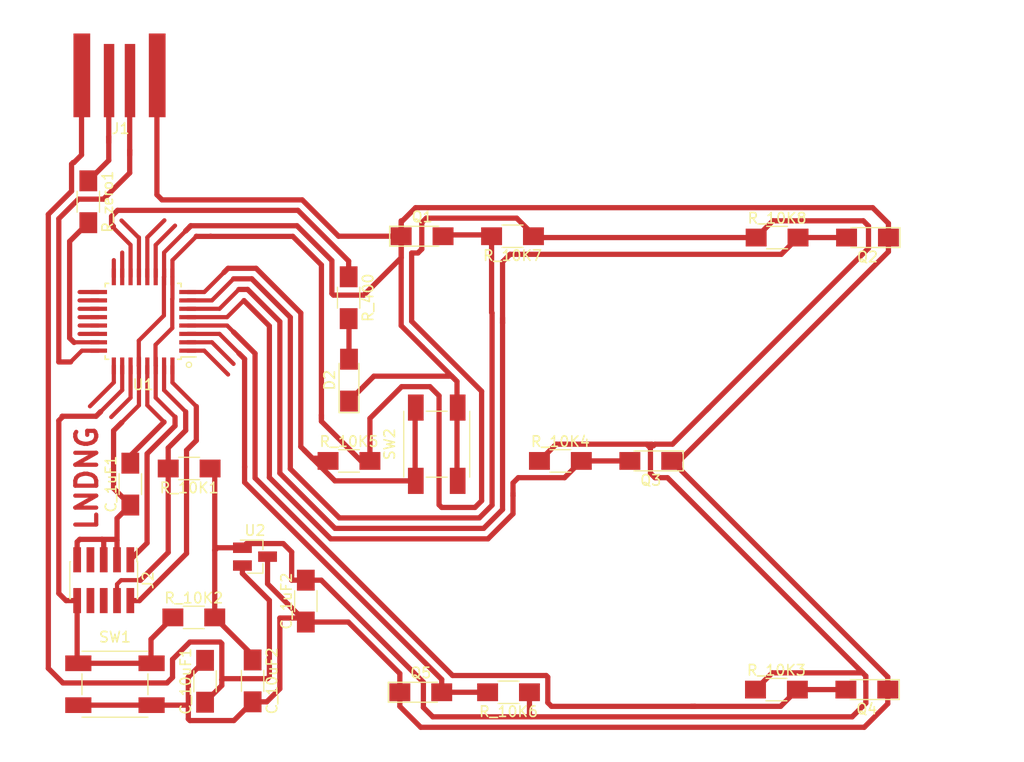
<source format=kicad_pcb>
(kicad_pcb (version 20171130) (host pcbnew "(5.1.10-1-10_14)")

  (general
    (thickness 1.6)
    (drawings 1)
    (tracks 369)
    (zones 0)
    (modules 26)
    (nets 37)
  )

  (page A4)
  (layers
    (0 F.Cu signal)
    (31 B.Cu signal)
    (32 B.Adhes user)
    (33 F.Adhes user)
    (34 B.Paste user)
    (35 F.Paste user)
    (36 B.SilkS user)
    (37 F.SilkS user)
    (38 B.Mask user)
    (39 F.Mask user)
    (40 Dwgs.User user)
    (41 Cmts.User user)
    (42 Eco1.User user)
    (43 Eco2.User user)
    (44 Edge.Cuts user)
    (45 Margin user)
    (46 B.CrtYd user)
    (47 F.CrtYd user)
    (48 B.Fab user)
    (49 F.Fab user)
  )

  (setup
    (last_trace_width 0.5)
    (trace_clearance 0.5)
    (zone_clearance 0.508)
    (zone_45_only no)
    (trace_min 0.2)
    (via_size 0.8)
    (via_drill 0.4)
    (via_min_size 0.4)
    (via_min_drill 0.3)
    (uvia_size 0.3)
    (uvia_drill 0.1)
    (uvias_allowed no)
    (uvia_min_size 0.2)
    (uvia_min_drill 0.1)
    (edge_width 0.05)
    (segment_width 0.2)
    (pcb_text_width 0.3)
    (pcb_text_size 1.5 1.5)
    (mod_edge_width 0.12)
    (mod_text_size 1 1)
    (mod_text_width 0.15)
    (pad_size 1.524 1.524)
    (pad_drill 0.762)
    (pad_to_mask_clearance 0)
    (aux_axis_origin 0 0)
    (visible_elements FFFFFF7F)
    (pcbplotparams
      (layerselection 0x010fc_ffffffff)
      (usegerberextensions false)
      (usegerberattributes true)
      (usegerberadvancedattributes true)
      (creategerberjobfile true)
      (excludeedgelayer true)
      (linewidth 0.100000)
      (plotframeref false)
      (viasonmask false)
      (mode 1)
      (useauxorigin false)
      (hpglpennumber 1)
      (hpglpenspeed 20)
      (hpglpendiameter 15.000000)
      (psnegative false)
      (psa4output false)
      (plotreference true)
      (plotvalue true)
      (plotinvisibletext false)
      (padsonsilk false)
      (subtractmaskfromsilk false)
      (outputformat 1)
      (mirror false)
      (drillshape 1)
      (scaleselection 1)
      (outputdirectory ""))
  )

  (net 0 "")
  (net 1 GND)
  (net 2 +5V)
  (net 3 +3V3)
  (net 4 "Net-(C_1uF1-Pad2)")
  (net 5 /A02)
  (net 6 /A03)
  (net 7 /A04)
  (net 8 /A05)
  (net 9 /A06)
  (net 10 /A07)
  (net 11 "Net-(J1-Pad2)")
  (net 12 "Net-(J1-Pad3)")
  (net 13 /SWDIO)
  (net 14 /SWDCLK)
  (net 15 "Net-(J2-Pad6)")
  (net 16 "Net-(J2-Pad8)")
  (net 17 /RESET)
  (net 18 /D10)
  (net 19 /D11)
  (net 20 /D16)
  (net 21 /D17)
  (net 22 /D18)
  (net 23 /D19)
  (net 24 "Net-(U1-Pad1)")
  (net 25 "Net-(U1-Pad2)")
  (net 26 "Net-(U1-Pad11)")
  (net 27 "Net-(U1-Pad12)")
  (net 28 "Net-(U1-Pad15)")
  (net 29 "Net-(U1-Pad16)")
  (net 30 "Net-(U1-Pad21)")
  (net 31 "Net-(U1-Pad22)")
  (net 32 "Net-(U1-Pad25)")
  (net 33 "Net-(U1-Pad27)")
  (net 34 "Net-(R_zero1-Pad2)")
  (net 35 "Net-(D2-Pad2)")
  (net 36 "Net-(J2-Pad7)")

  (net_class Default "This is the default net class."
    (clearance 0.5)
    (trace_width 0.5)
    (via_dia 0.8)
    (via_drill 0.4)
    (uvia_dia 0.3)
    (uvia_drill 0.1)
    (add_net +3V3)
    (add_net +5V)
    (add_net /A02)
    (add_net /A03)
    (add_net /A04)
    (add_net /A05)
    (add_net /A06)
    (add_net /A07)
    (add_net /D10)
    (add_net /D11)
    (add_net /D16)
    (add_net /D17)
    (add_net /D18)
    (add_net /D19)
    (add_net /RESET)
    (add_net /SWDCLK)
    (add_net /SWDIO)
    (add_net GND)
    (add_net "Net-(C_1uF1-Pad2)")
    (add_net "Net-(D2-Pad2)")
    (add_net "Net-(J1-Pad2)")
    (add_net "Net-(J1-Pad3)")
    (add_net "Net-(J2-Pad6)")
    (add_net "Net-(J2-Pad7)")
    (add_net "Net-(J2-Pad8)")
    (add_net "Net-(R_zero1-Pad2)")
    (add_net "Net-(U1-Pad1)")
    (add_net "Net-(U1-Pad11)")
    (add_net "Net-(U1-Pad12)")
    (add_net "Net-(U1-Pad15)")
    (add_net "Net-(U1-Pad16)")
    (add_net "Net-(U1-Pad2)")
    (add_net "Net-(U1-Pad21)")
    (add_net "Net-(U1-Pad22)")
    (add_net "Net-(U1-Pad25)")
    (add_net "Net-(U1-Pad27)")
  )

  (module fab:SOT-23 (layer F.Cu) (tedit 60A7B52C) (tstamp 6186DA80)
    (at 148.279 107.696)
    (descr "SOT-23, Standard")
    (tags SOT-23)
    (path /61716A24)
    (attr smd)
    (fp_text reference U2 (at 0 -2.5) (layer F.SilkS)
      (effects (font (size 1 1) (thickness 0.15)))
    )
    (fp_text value Regulator_Linear_LM3480-3.3V-100mA (at 0 2.5) (layer F.Fab)
      (effects (font (size 1 1) (thickness 0.15)))
    )
    (fp_line (start 0.76 1.58) (end -0.7 1.58) (layer F.SilkS) (width 0.12))
    (fp_line (start 0.76 -1.58) (end -1.4 -1.58) (layer F.SilkS) (width 0.12))
    (fp_line (start -2.2 1.75) (end -2.2 -1.75) (layer F.CrtYd) (width 0.05))
    (fp_line (start 2.2 1.75) (end -2.2 1.75) (layer F.CrtYd) (width 0.05))
    (fp_line (start 2.2 -1.75) (end 2.2 1.75) (layer F.CrtYd) (width 0.05))
    (fp_line (start -2.2 -1.75) (end 2.2 -1.75) (layer F.CrtYd) (width 0.05))
    (fp_line (start 0.76 -1.58) (end 0.76 -0.65) (layer F.SilkS) (width 0.12))
    (fp_line (start 0.76 1.58) (end 0.76 0.65) (layer F.SilkS) (width 0.12))
    (fp_line (start -0.7 1.52) (end 0.7 1.52) (layer F.Fab) (width 0.1))
    (fp_line (start 0.7 -1.52) (end 0.7 1.52) (layer F.Fab) (width 0.1))
    (fp_line (start -0.7 -0.95) (end -0.15 -1.52) (layer F.Fab) (width 0.1))
    (fp_line (start -0.15 -1.52) (end 0.7 -1.52) (layer F.Fab) (width 0.1))
    (fp_line (start -0.7 -0.95) (end -0.7 1.5) (layer F.Fab) (width 0.1))
    (fp_text user %R (at 0 0 90) (layer F.Fab)
      (effects (font (size 0.5 0.5) (thickness 0.075)))
    )
    (pad 3 smd rect (at 1.2 0) (size 1.8 1) (layers F.Cu F.Paste F.Mask)
      (net 1 GND))
    (pad 2 smd rect (at -1.2 0.85) (size 1.8 1) (layers F.Cu F.Paste F.Mask)
      (net 2 +5V))
    (pad 1 smd rect (at -1.2 -0.85) (size 1.8 1) (layers F.Cu F.Paste F.Mask)
      (net 3 +3V3))
    (model ${KISYS3DMOD}/TO_SOT_Packages_SMD.3dshapes/SOT-23.wrl
      (at (xyz 0 0 0))
      (scale (xyz 1 1 1))
      (rotate (xyz 0 0 0))
    )
  )

  (module fab:Q_1206 (layer F.Cu) (tedit 5EF25F01) (tstamp 6186D296)
    (at 164.243 77.089)
    (descr "Transistor SMD 1206, hand soldering")
    (tags "transistor photo 1206")
    (path /61873BB3)
    (attr smd)
    (fp_text reference Q1 (at 0 -1.85) (layer F.SilkS)
      (effects (font (size 1 1) (thickness 0.15)))
    )
    (fp_text value Phototransistor_Visible_PT15-21C-TR8 (at 0 1.9) (layer F.Fab)
      (effects (font (size 1 1) (thickness 0.15)))
    )
    (fp_line (start 3.25 1.1) (end -3.25 1.1) (layer F.CrtYd) (width 0.05))
    (fp_line (start 3.25 1.1) (end 3.25 -1.11) (layer F.CrtYd) (width 0.05))
    (fp_line (start -3.25 -1.11) (end -3.25 1.1) (layer F.CrtYd) (width 0.05))
    (fp_line (start -3.25 -1.11) (end 3.25 -1.11) (layer F.CrtYd) (width 0.05))
    (fp_line (start -3.1 -0.95) (end 1.6 -0.95) (layer F.SilkS) (width 0.12))
    (fp_line (start -3.1 0.95) (end 1.6 0.95) (layer F.SilkS) (width 0.12))
    (fp_line (start -1.6 -0.8) (end 1.6 -0.8) (layer F.Fab) (width 0.1))
    (fp_line (start 1.6 -0.8) (end 1.6 0.8) (layer F.Fab) (width 0.1))
    (fp_line (start 1.6 0.8) (end -1.6 0.8) (layer F.Fab) (width 0.1))
    (fp_line (start -1.6 0.8) (end -1.6 -0.8) (layer F.Fab) (width 0.1))
    (fp_line (start -0.45 -0.4) (end -0.45 0.4) (layer F.Fab) (width 0.1))
    (fp_line (start 0.2 0.4) (end -0.4 0) (layer F.Fab) (width 0.1))
    (fp_line (start 0.2 -0.4) (end 0.2 0.4) (layer F.Fab) (width 0.1))
    (fp_line (start -0.4 0) (end 0.2 -0.4) (layer F.Fab) (width 0.1))
    (fp_line (start -3.1 -0.95) (end -3.1 0.95) (layer F.SilkS) (width 0.12))
    (pad 2 smd rect (at 2 0) (size 2 1.7) (layers F.Cu F.Paste F.Mask)
      (net 9 /A06))
    (pad 1 smd rect (at -2 0) (size 2 1.7) (layers F.Cu F.Paste F.Mask)
      (net 1 GND))
    (model ${KISYS3DMOD}/LEDs.3dshapes/LED_1206.wrl
      (at (xyz 0 0 0))
      (scale (xyz 1 1 1))
      (rotate (xyz 0 0 180))
    )
  )

  (module fab:Button_Omron_B3SN_6x6mm (layer F.Cu) (tedit 5EC65B05) (tstamp 6186DB29)
    (at 165.64 96.957 90)
    (descr "Surface Mount Tactile Switch for High-Density Packaging")
    (tags "Tactile Switch")
    (path /6186AC2F)
    (attr smd)
    (fp_text reference SW2 (at 0 -4.5 90) (layer F.SilkS)
      (effects (font (size 1 1) (thickness 0.15)))
    )
    (fp_text value BUTTON_B3SN (at 0 4.5 90) (layer F.Fab)
      (effects (font (size 1 1) (thickness 0.15)))
    )
    (fp_line (start -3 3) (end -3 -3) (layer F.Fab) (width 0.1))
    (fp_line (start 3 3) (end -3 3) (layer F.Fab) (width 0.1))
    (fp_line (start 3 -3) (end 3 3) (layer F.Fab) (width 0.1))
    (fp_line (start -3 -3) (end 3 -3) (layer F.Fab) (width 0.1))
    (fp_circle (center 0 0) (end 1.65 0) (layer F.Fab) (width 0.1))
    (fp_line (start 3.15 -1) (end 3.15 1) (layer F.SilkS) (width 0.12))
    (fp_line (start 3.15 3.15) (end -3.15 3.15) (layer F.SilkS) (width 0.12))
    (fp_line (start -3.15 1) (end -3.15 -1) (layer F.SilkS) (width 0.12))
    (fp_line (start -3.15 -3.15) (end 3.15 -3.15) (layer F.SilkS) (width 0.12))
    (fp_line (start -5 -3.7) (end -5 3.7) (layer F.CrtYd) (width 0.05))
    (fp_line (start 5 -3.7) (end -5 -3.7) (layer F.CrtYd) (width 0.05))
    (fp_line (start 5 3.7) (end 5 -3.7) (layer F.CrtYd) (width 0.05))
    (fp_line (start -5 3.7) (end 5 3.7) (layer F.CrtYd) (width 0.05))
    (fp_text user %R (at 0 -4.5 90) (layer F.Fab)
      (effects (font (size 1 1) (thickness 0.15)))
    )
    (pad 2 smd rect (at 3.5 2 90) (size 2.5 1.5) (layers F.Cu F.Paste F.Mask)
      (net 1 GND))
    (pad 2 smd rect (at -3.5 2 90) (size 2.5 1.5) (layers F.Cu F.Paste F.Mask)
      (net 1 GND))
    (pad 1 smd rect (at 3.5 -2 90) (size 2.5 1.5) (layers F.Cu F.Paste F.Mask)
      (net 10 /A07))
    (pad 1 smd rect (at -3.5 -2 90) (size 2.5 1.5) (layers F.Cu F.Paste F.Mask)
      (net 10 /A07))
    (model ${KISYS3DMOD}/Buttons_Switches_SMD.3dshapes/SW_SPST_B3S-1000.wrl
      (at (xyz 0 0 0))
      (scale (xyz 1 1 1))
      (rotate (xyz 0 0 0))
    )
  )

  (module fab:R_1206 (layer F.Cu) (tedit 60020482) (tstamp 61869F89)
    (at 198.088 120.396)
    (descr "Resistor SMD 1206, hand soldering")
    (tags "resistor 1206")
    (path /6184E1CB)
    (attr smd)
    (fp_text reference R_10K3 (at 0 -1.85) (layer F.SilkS)
      (effects (font (size 1 1) (thickness 0.15)))
    )
    (fp_text value R (at 0 1.9) (layer F.Fab)
      (effects (font (size 1 1) (thickness 0.15)))
    )
    (fp_line (start -1.6 0.8) (end -1.6 -0.8) (layer F.Fab) (width 0.1))
    (fp_line (start 1.6 0.8) (end -1.6 0.8) (layer F.Fab) (width 0.1))
    (fp_line (start 1.6 -0.8) (end 1.6 0.8) (layer F.Fab) (width 0.1))
    (fp_line (start -1.6 -0.8) (end 1.6 -0.8) (layer F.Fab) (width 0.1))
    (fp_line (start 1 1.07) (end -1 1.07) (layer F.SilkS) (width 0.12))
    (fp_line (start -1 -1.07) (end 1 -1.07) (layer F.SilkS) (width 0.12))
    (fp_line (start -3.25 -1.11) (end 3.25 -1.11) (layer F.CrtYd) (width 0.05))
    (fp_line (start -3.25 -1.11) (end -3.25 1.1) (layer F.CrtYd) (width 0.05))
    (fp_line (start 3.25 1.1) (end 3.25 -1.11) (layer F.CrtYd) (width 0.05))
    (fp_line (start 3.25 1.1) (end -3.25 1.1) (layer F.CrtYd) (width 0.05))
    (fp_text user %R (at 0 0) (layer F.Fab)
      (effects (font (size 0.7 0.7) (thickness 0.105)))
    )
    (pad 2 smd rect (at 2 0) (size 2 1.7) (layers F.Cu F.Paste F.Mask)
      (net 6 /A03))
    (pad 1 smd rect (at -2 0) (size 2 1.7) (layers F.Cu F.Paste F.Mask)
      (net 3 +3V3))
    (model ${FAB}/fab.3dshapes/R_1206.step
      (at (xyz 0 0 0))
      (scale (xyz 1 1 1))
      (rotate (xyz 0 0 0))
    )
  )

  (module fab:R_1206 (layer F.Cu) (tedit 60020482) (tstamp 6186D1F5)
    (at 177.451 98.552)
    (descr "Resistor SMD 1206, hand soldering")
    (tags "resistor 1206")
    (path /618658AA)
    (attr smd)
    (fp_text reference R_10K4 (at 0 -1.85) (layer F.SilkS)
      (effects (font (size 1 1) (thickness 0.15)))
    )
    (fp_text value R (at 0 1.9) (layer F.Fab)
      (effects (font (size 1 1) (thickness 0.15)))
    )
    (fp_line (start -1.6 0.8) (end -1.6 -0.8) (layer F.Fab) (width 0.1))
    (fp_line (start 1.6 0.8) (end -1.6 0.8) (layer F.Fab) (width 0.1))
    (fp_line (start 1.6 -0.8) (end 1.6 0.8) (layer F.Fab) (width 0.1))
    (fp_line (start -1.6 -0.8) (end 1.6 -0.8) (layer F.Fab) (width 0.1))
    (fp_line (start 1 1.07) (end -1 1.07) (layer F.SilkS) (width 0.12))
    (fp_line (start -1 -1.07) (end 1 -1.07) (layer F.SilkS) (width 0.12))
    (fp_line (start -3.25 -1.11) (end 3.25 -1.11) (layer F.CrtYd) (width 0.05))
    (fp_line (start -3.25 -1.11) (end -3.25 1.1) (layer F.CrtYd) (width 0.05))
    (fp_line (start 3.25 1.1) (end 3.25 -1.11) (layer F.CrtYd) (width 0.05))
    (fp_line (start 3.25 1.1) (end -3.25 1.1) (layer F.CrtYd) (width 0.05))
    (fp_text user %R (at 0 0) (layer F.Fab)
      (effects (font (size 0.7 0.7) (thickness 0.105)))
    )
    (pad 2 smd rect (at 2 0) (size 2 1.7) (layers F.Cu F.Paste F.Mask)
      (net 7 /A04))
    (pad 1 smd rect (at -2 0) (size 2 1.7) (layers F.Cu F.Paste F.Mask)
      (net 3 +3V3))
    (model ${FAB}/fab.3dshapes/R_1206.step
      (at (xyz 0 0 0))
      (scale (xyz 1 1 1))
      (rotate (xyz 0 0 0))
    )
  )

  (module fab:Q_1206 (layer F.Cu) (tedit 5EF25F01) (tstamp 61869F28)
    (at 206.788 77.216 180)
    (descr "Transistor SMD 1206, hand soldering")
    (tags "transistor photo 1206")
    (path /618760D8)
    (attr smd)
    (fp_text reference Q2 (at 0 -1.85) (layer F.SilkS)
      (effects (font (size 1 1) (thickness 0.15)))
    )
    (fp_text value Phototransistor_Visible_PT15-21C-TR8 (at 0 1.9) (layer F.Fab)
      (effects (font (size 1 1) (thickness 0.15)))
    )
    (fp_line (start -3.1 -0.95) (end -3.1 0.95) (layer F.SilkS) (width 0.12))
    (fp_line (start -0.4 0) (end 0.2 -0.4) (layer F.Fab) (width 0.1))
    (fp_line (start 0.2 -0.4) (end 0.2 0.4) (layer F.Fab) (width 0.1))
    (fp_line (start 0.2 0.4) (end -0.4 0) (layer F.Fab) (width 0.1))
    (fp_line (start -0.45 -0.4) (end -0.45 0.4) (layer F.Fab) (width 0.1))
    (fp_line (start -1.6 0.8) (end -1.6 -0.8) (layer F.Fab) (width 0.1))
    (fp_line (start 1.6 0.8) (end -1.6 0.8) (layer F.Fab) (width 0.1))
    (fp_line (start 1.6 -0.8) (end 1.6 0.8) (layer F.Fab) (width 0.1))
    (fp_line (start -1.6 -0.8) (end 1.6 -0.8) (layer F.Fab) (width 0.1))
    (fp_line (start -3.1 0.95) (end 1.6 0.95) (layer F.SilkS) (width 0.12))
    (fp_line (start -3.1 -0.95) (end 1.6 -0.95) (layer F.SilkS) (width 0.12))
    (fp_line (start -3.25 -1.11) (end 3.25 -1.11) (layer F.CrtYd) (width 0.05))
    (fp_line (start -3.25 -1.11) (end -3.25 1.1) (layer F.CrtYd) (width 0.05))
    (fp_line (start 3.25 1.1) (end 3.25 -1.11) (layer F.CrtYd) (width 0.05))
    (fp_line (start 3.25 1.1) (end -3.25 1.1) (layer F.CrtYd) (width 0.05))
    (pad 1 smd rect (at -2 0 180) (size 2 1.7) (layers F.Cu F.Paste F.Mask)
      (net 1 GND))
    (pad 2 smd rect (at 2 0 180) (size 2 1.7) (layers F.Cu F.Paste F.Mask)
      (net 8 /A05))
    (model ${KISYS3DMOD}/LEDs.3dshapes/LED_1206.wrl
      (at (xyz 0 0 0))
      (scale (xyz 1 1 1))
      (rotate (xyz 0 0 180))
    )
  )

  (module fab:TQFP-32_7x7mm_P0.8mm (layer F.Cu) (tedit 61837D84) (tstamp 6170E55B)
    (at 137.59434 85.21954 180)
    (descr "32-Lead Plastic Thin Quad Flatpack (PT) - 7x7x1.0 mm Body, 2.00 mm [TQFP] (see Microchip Packaging Specification 00000049BS.pdf)")
    (tags "QFP 0.8")
    (path /61708E4F)
    (attr smd)
    (fp_text reference U1 (at 0 -6.05 180) (layer F.SilkS)
      (effects (font (size 1 1) (thickness 0.15)))
    )
    (fp_text value Microcontroller_ATSAMD21E17A-AUT (at 0 6.05 180) (layer F.Fab)
      (effects (font (size 1 1) (thickness 0.15)))
    )
    (fp_line (start -3.625 -3.4) (end -5.05 -3.4) (layer F.SilkS) (width 0.15))
    (fp_line (start 3.625 -3.625) (end 3.3 -3.625) (layer F.SilkS) (width 0.15))
    (fp_line (start 3.625 3.625) (end 3.3 3.625) (layer F.SilkS) (width 0.15))
    (fp_line (start -3.625 3.625) (end -3.3 3.625) (layer F.SilkS) (width 0.15))
    (fp_line (start -3.625 -3.625) (end -3.3 -3.625) (layer F.SilkS) (width 0.15))
    (fp_line (start -3.625 3.625) (end -3.625 3.3) (layer F.SilkS) (width 0.15))
    (fp_line (start 3.625 3.625) (end 3.625 3.3) (layer F.SilkS) (width 0.15))
    (fp_line (start 3.625 -3.625) (end 3.625 -3.3) (layer F.SilkS) (width 0.15))
    (fp_line (start -3.625 -3.625) (end -3.625 -3.4) (layer F.SilkS) (width 0.15))
    (fp_line (start -5.3 5.3) (end 5.3 5.3) (layer F.CrtYd) (width 0.05))
    (fp_line (start -5.3 -5.3) (end 5.3 -5.3) (layer F.CrtYd) (width 0.05))
    (fp_line (start 5.3 -5.3) (end 5.3 5.3) (layer F.CrtYd) (width 0.05))
    (fp_line (start -5.3 -5.3) (end -5.3 5.3) (layer F.CrtYd) (width 0.05))
    (fp_line (start -3.5 -2.5) (end -2.5 -3.5) (layer F.Fab) (width 0.15))
    (fp_line (start -3.5 3.5) (end -3.5 -2.5) (layer F.Fab) (width 0.15))
    (fp_line (start 3.5 3.5) (end -3.5 3.5) (layer F.Fab) (width 0.15))
    (fp_line (start 3.5 -3.5) (end 3.5 3.5) (layer F.Fab) (width 0.15))
    (fp_line (start -2.5 -3.5) (end 3.5 -3.5) (layer F.Fab) (width 0.15))
    (fp_circle (center -4.375 -4.15) (end -4.375 -3.9) (layer F.SilkS) (width 0.12))
    (fp_text user %R (at 0 0 180) (layer F.Fab)
      (effects (font (size 1 1) (thickness 0.15)))
    )
    (pad 32 smd rect (at -2.8 -4.25 270) (size 1.6 0.4) (layers F.Cu F.Paste F.Mask)
      (net 13 /SWDIO))
    (pad 31 smd rect (at -2 -4.25 270) (size 1.6 0.4) (layers F.Cu F.Paste F.Mask)
      (net 14 /SWDCLK))
    (pad 30 smd rect (at -1.2 -4.25 270) (size 1.6 0.4) (layers F.Cu F.Paste F.Mask)
      (net 3 +3V3))
    (pad 29 smd rect (at -0.4 -4.25 270) (size 1.6 0.4) (layers F.Cu F.Paste F.Mask)
      (net 4 "Net-(C_1uF1-Pad2)"))
    (pad 28 smd rect (at 0.4 -4.25 270) (size 1.6 0.4) (layers F.Cu F.Paste F.Mask)
      (net 1 GND))
    (pad 27 smd rect (at 1.2 -4.25 270) (size 1.6 0.4) (layers F.Cu F.Paste F.Mask)
      (net 33 "Net-(U1-Pad27)"))
    (pad 26 smd rect (at 2 -4.25 270) (size 1.6 0.4) (layers F.Cu F.Paste F.Mask)
      (net 17 /RESET))
    (pad 25 smd rect (at 2.8 -4.25 270) (size 1.6 0.4) (layers F.Cu F.Paste F.Mask)
      (net 32 "Net-(U1-Pad25)"))
    (pad 24 smd rect (at 4.25 -2.8 180) (size 1.6 0.4) (layers F.Cu F.Paste F.Mask)
      (net 12 "Net-(J1-Pad3)"))
    (pad 23 smd rect (at 4.25 -2 180) (size 1.6 0.4) (layers F.Cu F.Paste F.Mask)
      (net 34 "Net-(R_zero1-Pad2)"))
    (pad 22 smd rect (at 4.25 -1.2 180) (size 1.6 0.4) (layers F.Cu F.Paste F.Mask)
      (net 31 "Net-(U1-Pad22)"))
    (pad 21 smd rect (at 4.25 -0.4 180) (size 1.6 0.4) (layers F.Cu F.Paste F.Mask)
      (net 30 "Net-(U1-Pad21)"))
    (pad 20 smd rect (at 4.25 0.4 180) (size 1.6 0.4) (layers F.Cu F.Paste F.Mask)
      (net 23 /D19))
    (pad 19 smd rect (at 4.25 1.2 180) (size 1.6 0.4) (layers F.Cu F.Paste F.Mask)
      (net 22 /D18))
    (pad 18 smd rect (at 4.25 2 180) (size 1.6 0.4) (layers F.Cu F.Paste F.Mask)
      (net 21 /D17))
    (pad 17 smd rect (at 4.25 2.8 180) (size 1.6 0.4) (layers F.Cu F.Paste F.Mask)
      (net 20 /D16))
    (pad 16 smd rect (at 2.8 4.25 270) (size 1.6 0.4) (layers F.Cu F.Paste F.Mask)
      (net 29 "Net-(U1-Pad16)"))
    (pad 15 smd rect (at 2 4.25 270) (size 1.6 0.4) (layers F.Cu F.Paste F.Mask)
      (net 28 "Net-(U1-Pad15)"))
    (pad 14 smd rect (at 1.2 4.25 270) (size 1.6 0.4) (layers F.Cu F.Paste F.Mask)
      (net 19 /D11))
    (pad 13 smd rect (at 0.4 4.25 270) (size 1.6 0.4) (layers F.Cu F.Paste F.Mask)
      (net 18 /D10))
    (pad 12 smd rect (at -0.4 4.25 270) (size 1.6 0.4) (layers F.Cu F.Paste F.Mask)
      (net 27 "Net-(U1-Pad12)"))
    (pad 11 smd rect (at -1.2 4.25 270) (size 1.6 0.4) (layers F.Cu F.Paste F.Mask)
      (net 26 "Net-(U1-Pad11)"))
    (pad 10 smd rect (at -2 4.25 270) (size 1.6 0.4) (layers F.Cu F.Paste F.Mask)
      (net 1 GND))
    (pad 9 smd rect (at -2.8 4.25 270) (size 1.6 0.4) (layers F.Cu F.Paste F.Mask)
      (net 3 +3V3))
    (pad 8 smd rect (at -4.25 2.8 180) (size 1.6 0.4) (layers F.Cu F.Paste F.Mask)
      (net 10 /A07))
    (pad 7 smd rect (at -4.25 2 180) (size 1.6 0.4) (layers F.Cu F.Paste F.Mask)
      (net 9 /A06))
    (pad 6 smd rect (at -4.25 1.2 180) (size 1.6 0.4) (layers F.Cu F.Paste F.Mask)
      (net 8 /A05))
    (pad 5 smd rect (at -4.25 0.4 180) (size 1.6 0.4) (layers F.Cu F.Paste F.Mask)
      (net 7 /A04))
    (pad 4 smd rect (at -4.25 -0.4 180) (size 1.6 0.4) (layers F.Cu F.Paste F.Mask)
      (net 6 /A03))
    (pad 3 smd rect (at -4.25 -1.2 180) (size 1.6 0.4) (layers F.Cu F.Paste F.Mask)
      (net 5 /A02))
    (pad 2 smd rect (at -4.25 -2 180) (size 1.6 0.4) (layers F.Cu F.Paste F.Mask)
      (net 25 "Net-(U1-Pad2)"))
    (pad 1 smd rect (at -4.25 -2.8 180) (size 1.6 0.4) (layers F.Cu F.Paste F.Mask)
      (net 24 "Net-(U1-Pad1)"))
    (model ${KISYS3DMOD}/Package_QFP.3dshapes/TQFP-32_7x7mm_P0.8mm.wrl
      (at (xyz 0 0 0))
      (scale (xyz 1 1 1))
      (rotate (xyz 0 0 0))
    )
  )

  (module usb_plug:USB_PLUG_TRACES (layer F.Cu) (tedit 6161FC20) (tstamp 618402CC)
    (at 135.338 61.722)
    (path /61709CEB)
    (fp_text reference J1 (at 0.1 5.08) (layer F.SilkS)
      (effects (font (size 1 1) (thickness 0.15)))
    )
    (fp_text value USB_A (at 0.05 -6.35) (layer F.Fab)
      (effects (font (size 1 1) (thickness 0.15)))
    )
    (fp_line (start -6 -4.5) (end -6 6.5) (layer Cmts.User) (width 0.12))
    (fp_line (start 6 -4.5) (end 6 6.5) (layer Cmts.User) (width 0.12))
    (fp_line (start -6 -4.5) (end 6 -4.5) (layer Cmts.User) (width 0.12))
    (pad 3 smd rect (at 1 0.5) (size 1 7) (layers F.Cu F.Paste F.Mask)
      (net 12 "Net-(J1-Pad3)"))
    (pad 2 smd rect (at -1 0.5) (size 1 7) (layers F.Cu F.Paste F.Mask)
      (net 11 "Net-(J1-Pad2)"))
    (pad 4 smd rect (at 3.6 0) (size 1.6 8) (layers F.Cu F.Paste F.Mask)
      (net 1 GND))
    (pad 1 smd rect (at -3.6 0) (size 1.6 8) (layers F.Cu F.Paste F.Mask)
      (net 2 +5V))
  )

  (module fab:C_1206 (layer F.Cu) (tedit 6002C54C) (tstamp 61715585)
    (at 132.35686 73.79614 270)
    (descr "Capacitor SMD 1206, hand soldering")
    (tags "capacitor 1206")
    (path /617158F1)
    (attr smd)
    (fp_text reference R_zero1 (at 0 -1.85 90) (layer F.SilkS)
      (effects (font (size 1 1) (thickness 0.15)))
    )
    (fp_text value R (at 0 1.9 90) (layer F.Fab)
      (effects (font (size 1 1) (thickness 0.15)))
    )
    (fp_line (start -1.6 0.8) (end -1.6 -0.8) (layer F.Fab) (width 0.1))
    (fp_line (start 1.6 0.8) (end -1.6 0.8) (layer F.Fab) (width 0.1))
    (fp_line (start 1.6 -0.8) (end 1.6 0.8) (layer F.Fab) (width 0.1))
    (fp_line (start -1.6 -0.8) (end 1.6 -0.8) (layer F.Fab) (width 0.1))
    (fp_line (start 1 1.07) (end -1 1.07) (layer F.SilkS) (width 0.12))
    (fp_line (start -1 -1.07) (end 1 -1.07) (layer F.SilkS) (width 0.12))
    (fp_line (start -3.25 -1.11) (end 3.25 -1.11) (layer F.CrtYd) (width 0.05))
    (fp_line (start -3.25 -1.11) (end -3.25 1.1) (layer F.CrtYd) (width 0.05))
    (fp_line (start 3.25 1.1) (end 3.25 -1.11) (layer F.CrtYd) (width 0.05))
    (fp_line (start 3.25 1.1) (end -3.25 1.1) (layer F.CrtYd) (width 0.05))
    (fp_text user %R (at 0 0 90) (layer F.Fab)
      (effects (font (size 0.7 0.7) (thickness 0.105)))
    )
    (pad 2 smd rect (at 2 0 270) (size 2 1.7) (layers F.Cu F.Paste F.Mask)
      (net 34 "Net-(R_zero1-Pad2)"))
    (pad 1 smd rect (at -2 0 270) (size 2 1.7) (layers F.Cu F.Paste F.Mask)
      (net 11 "Net-(J1-Pad2)"))
    (model ${FAB}/fab.3dshapes/C_1206.step
      (at (xyz 0 0 0))
      (scale (xyz 1 1 1))
      (rotate (xyz 0 0 0))
    )
  )

  (module fab:C_1206 (layer F.Cu) (tedit 6002C54C) (tstamp 61715245)
    (at 143.51 119.602 90)
    (descr "Capacitor SMD 1206, hand soldering")
    (tags "capacitor 1206")
    (path /61730C13)
    (attr smd)
    (fp_text reference C_10uF1 (at 0 -1.85 90) (layer F.SilkS)
      (effects (font (size 1 1) (thickness 0.15)))
    )
    (fp_text value C (at 0 1.9 90) (layer F.Fab)
      (effects (font (size 1 1) (thickness 0.15)))
    )
    (fp_line (start 3.25 1.1) (end -3.25 1.1) (layer F.CrtYd) (width 0.05))
    (fp_line (start 3.25 1.1) (end 3.25 -1.11) (layer F.CrtYd) (width 0.05))
    (fp_line (start -3.25 -1.11) (end -3.25 1.1) (layer F.CrtYd) (width 0.05))
    (fp_line (start -3.25 -1.11) (end 3.25 -1.11) (layer F.CrtYd) (width 0.05))
    (fp_line (start -1 -1.07) (end 1 -1.07) (layer F.SilkS) (width 0.12))
    (fp_line (start 1 1.07) (end -1 1.07) (layer F.SilkS) (width 0.12))
    (fp_line (start -1.6 -0.8) (end 1.6 -0.8) (layer F.Fab) (width 0.1))
    (fp_line (start 1.6 -0.8) (end 1.6 0.8) (layer F.Fab) (width 0.1))
    (fp_line (start 1.6 0.8) (end -1.6 0.8) (layer F.Fab) (width 0.1))
    (fp_line (start -1.6 0.8) (end -1.6 -0.8) (layer F.Fab) (width 0.1))
    (fp_text user %R (at 0 0 90) (layer F.Fab)
      (effects (font (size 0.7 0.7) (thickness 0.105)))
    )
    (pad 2 smd rect (at 2 0 90) (size 2 1.7) (layers F.Cu F.Paste F.Mask)
      (net 1 GND))
    (pad 1 smd rect (at -2 0 90) (size 2 1.7) (layers F.Cu F.Paste F.Mask)
      (net 2 +5V))
    (model ${FAB}/fab.3dshapes/C_1206.step
      (at (xyz 0 0 0))
      (scale (xyz 1 1 1))
      (rotate (xyz 0 0 0))
    )
  )

  (module fab:C_1206 (layer F.Cu) (tedit 6002C54C) (tstamp 617150AD)
    (at 148.05406 119.5639 270)
    (descr "Capacitor SMD 1206, hand soldering")
    (tags "capacitor 1206")
    (path /617197CF)
    (attr smd)
    (fp_text reference C_10uF2 (at 0 -1.85 90) (layer F.SilkS)
      (effects (font (size 1 1) (thickness 0.15)))
    )
    (fp_text value C (at 0 1.9 90) (layer F.Fab)
      (effects (font (size 1 1) (thickness 0.15)))
    )
    (fp_line (start -1.6 0.8) (end -1.6 -0.8) (layer F.Fab) (width 0.1))
    (fp_line (start 1.6 0.8) (end -1.6 0.8) (layer F.Fab) (width 0.1))
    (fp_line (start 1.6 -0.8) (end 1.6 0.8) (layer F.Fab) (width 0.1))
    (fp_line (start -1.6 -0.8) (end 1.6 -0.8) (layer F.Fab) (width 0.1))
    (fp_line (start 1 1.07) (end -1 1.07) (layer F.SilkS) (width 0.12))
    (fp_line (start -1 -1.07) (end 1 -1.07) (layer F.SilkS) (width 0.12))
    (fp_line (start -3.25 -1.11) (end 3.25 -1.11) (layer F.CrtYd) (width 0.05))
    (fp_line (start -3.25 -1.11) (end -3.25 1.1) (layer F.CrtYd) (width 0.05))
    (fp_line (start 3.25 1.1) (end 3.25 -1.11) (layer F.CrtYd) (width 0.05))
    (fp_line (start 3.25 1.1) (end -3.25 1.1) (layer F.CrtYd) (width 0.05))
    (fp_text user %R (at 0 0 90) (layer F.Fab)
      (effects (font (size 0.7 0.7) (thickness 0.105)))
    )
    (pad 1 smd rect (at -2 0 270) (size 2 1.7) (layers F.Cu F.Paste F.Mask)
      (net 3 +3V3))
    (pad 2 smd rect (at 2 0 270) (size 2 1.7) (layers F.Cu F.Paste F.Mask)
      (net 1 GND))
    (model ${FAB}/fab.3dshapes/C_1206.step
      (at (xyz 0 0 0))
      (scale (xyz 1 1 1))
      (rotate (xyz 0 0 0))
    )
  )

  (module fab:C_1206 (layer F.Cu) (tedit 6002C54C) (tstamp 6170FC5C)
    (at 136.37006 100.7679 90)
    (descr "Capacitor SMD 1206, hand soldering")
    (tags "capacitor 1206")
    (path /61732CC4)
    (attr smd)
    (fp_text reference C_1uF1 (at 0 -1.85 90) (layer F.SilkS)
      (effects (font (size 1 1) (thickness 0.15)))
    )
    (fp_text value C (at 0 1.9 90) (layer F.Fab)
      (effects (font (size 1 1) (thickness 0.15)))
    )
    (fp_line (start -1.6 0.8) (end -1.6 -0.8) (layer F.Fab) (width 0.1))
    (fp_line (start 1.6 0.8) (end -1.6 0.8) (layer F.Fab) (width 0.1))
    (fp_line (start 1.6 -0.8) (end 1.6 0.8) (layer F.Fab) (width 0.1))
    (fp_line (start -1.6 -0.8) (end 1.6 -0.8) (layer F.Fab) (width 0.1))
    (fp_line (start 1 1.07) (end -1 1.07) (layer F.SilkS) (width 0.12))
    (fp_line (start -1 -1.07) (end 1 -1.07) (layer F.SilkS) (width 0.12))
    (fp_line (start -3.25 -1.11) (end 3.25 -1.11) (layer F.CrtYd) (width 0.05))
    (fp_line (start -3.25 -1.11) (end -3.25 1.1) (layer F.CrtYd) (width 0.05))
    (fp_line (start 3.25 1.1) (end 3.25 -1.11) (layer F.CrtYd) (width 0.05))
    (fp_line (start 3.25 1.1) (end -3.25 1.1) (layer F.CrtYd) (width 0.05))
    (fp_text user %R (at 0 0 90) (layer F.Fab)
      (effects (font (size 0.7 0.7) (thickness 0.105)))
    )
    (pad 1 smd rect (at -2 0 90) (size 2 1.7) (layers F.Cu F.Paste F.Mask)
      (net 1 GND))
    (pad 2 smd rect (at 2 0 90) (size 2 1.7) (layers F.Cu F.Paste F.Mask)
      (net 4 "Net-(C_1uF1-Pad2)"))
    (model ${FAB}/fab.3dshapes/C_1206.step
      (at (xyz 0 0 0))
      (scale (xyz 1 1 1))
      (rotate (xyz 0 0 0))
    )
  )

  (module fab:C_1206 (layer F.Cu) (tedit 6002C54C) (tstamp 61714F98)
    (at 153.13406 111.9439 90)
    (descr "Capacitor SMD 1206, hand soldering")
    (tags "capacitor 1206")
    (path /61735BE6)
    (attr smd)
    (fp_text reference C_1uF2 (at 0 -1.85 90) (layer F.SilkS)
      (effects (font (size 1 1) (thickness 0.15)))
    )
    (fp_text value C (at 0 1.9 90) (layer F.Fab)
      (effects (font (size 1 1) (thickness 0.15)))
    )
    (fp_line (start 3.25 1.1) (end -3.25 1.1) (layer F.CrtYd) (width 0.05))
    (fp_line (start 3.25 1.1) (end 3.25 -1.11) (layer F.CrtYd) (width 0.05))
    (fp_line (start -3.25 -1.11) (end -3.25 1.1) (layer F.CrtYd) (width 0.05))
    (fp_line (start -3.25 -1.11) (end 3.25 -1.11) (layer F.CrtYd) (width 0.05))
    (fp_line (start -1 -1.07) (end 1 -1.07) (layer F.SilkS) (width 0.12))
    (fp_line (start 1 1.07) (end -1 1.07) (layer F.SilkS) (width 0.12))
    (fp_line (start -1.6 -0.8) (end 1.6 -0.8) (layer F.Fab) (width 0.1))
    (fp_line (start 1.6 -0.8) (end 1.6 0.8) (layer F.Fab) (width 0.1))
    (fp_line (start 1.6 0.8) (end -1.6 0.8) (layer F.Fab) (width 0.1))
    (fp_line (start -1.6 0.8) (end -1.6 -0.8) (layer F.Fab) (width 0.1))
    (fp_text user %R (at 0 0 90) (layer F.Fab)
      (effects (font (size 0.7 0.7) (thickness 0.105)))
    )
    (pad 2 smd rect (at 2 0 90) (size 2 1.7) (layers F.Cu F.Paste F.Mask)
      (net 3 +3V3))
    (pad 1 smd rect (at -2 0 90) (size 2 1.7) (layers F.Cu F.Paste F.Mask)
      (net 1 GND))
    (model ${FAB}/fab.3dshapes/C_1206.step
      (at (xyz 0 0 0))
      (scale (xyz 1 1 1))
      (rotate (xyz 0 0 0))
    )
  )

  (module fab:PinHeader_2x05_P1.27mm_Vertical_SMD (layer F.Cu) (tedit 60851B62) (tstamp 6170FD62)
    (at 133.83006 109.9439 270)
    (descr "surface-mounted straight pin header, 2x05, 1.27mm pitch, double rows")
    (tags "Surface mounted pin header SMD 2x05 1.27mm double row")
    (path /617150F6)
    (attr smd)
    (fp_text reference J2 (at 0 -4.235 90) (layer F.SilkS)
      (effects (font (size 1 1) (thickness 0.15)))
    )
    (fp_text value Conn_PinHeader_2x05_P1.27mm_Vertical_SMD (at 0 4.235 90) (layer F.Fab)
      (effects (font (size 1 1) (thickness 0.15)))
    )
    (fp_line (start 4.3 -3.7) (end -4.3 -3.7) (layer F.CrtYd) (width 0.05))
    (fp_line (start 4.3 3.7) (end 4.3 -3.7) (layer F.CrtYd) (width 0.05))
    (fp_line (start -4.3 3.7) (end 4.3 3.7) (layer F.CrtYd) (width 0.05))
    (fp_line (start -4.3 -3.7) (end -4.3 3.7) (layer F.CrtYd) (width 0.05))
    (fp_line (start 1.765 3.17) (end 1.765 3.235) (layer F.SilkS) (width 0.12))
    (fp_line (start -1.765 3.17) (end -1.765 3.235) (layer F.SilkS) (width 0.12))
    (fp_line (start 1.765 -3.235) (end 1.765 -3.17) (layer F.SilkS) (width 0.12))
    (fp_line (start -1.765 -3.235) (end -1.765 -3.17) (layer F.SilkS) (width 0.12))
    (fp_line (start -3.09 -3.17) (end -1.765 -3.17) (layer F.SilkS) (width 0.12))
    (fp_line (start -1.765 3.235) (end 1.765 3.235) (layer F.SilkS) (width 0.12))
    (fp_line (start -1.765 -3.235) (end 1.765 -3.235) (layer F.SilkS) (width 0.12))
    (fp_line (start 2.75 2.74) (end 1.705 2.74) (layer F.Fab) (width 0.1))
    (fp_line (start 2.75 2.34) (end 2.75 2.74) (layer F.Fab) (width 0.1))
    (fp_line (start 1.705 2.34) (end 2.75 2.34) (layer F.Fab) (width 0.1))
    (fp_line (start -2.75 2.74) (end -1.705 2.74) (layer F.Fab) (width 0.1))
    (fp_line (start -2.75 2.34) (end -2.75 2.74) (layer F.Fab) (width 0.1))
    (fp_line (start -1.705 2.34) (end -2.75 2.34) (layer F.Fab) (width 0.1))
    (fp_line (start 2.75 1.47) (end 1.705 1.47) (layer F.Fab) (width 0.1))
    (fp_line (start 2.75 1.07) (end 2.75 1.47) (layer F.Fab) (width 0.1))
    (fp_line (start 1.705 1.07) (end 2.75 1.07) (layer F.Fab) (width 0.1))
    (fp_line (start -2.75 1.47) (end -1.705 1.47) (layer F.Fab) (width 0.1))
    (fp_line (start -2.75 1.07) (end -2.75 1.47) (layer F.Fab) (width 0.1))
    (fp_line (start -1.705 1.07) (end -2.75 1.07) (layer F.Fab) (width 0.1))
    (fp_line (start 2.75 0.2) (end 1.705 0.2) (layer F.Fab) (width 0.1))
    (fp_line (start 2.75 -0.2) (end 2.75 0.2) (layer F.Fab) (width 0.1))
    (fp_line (start 1.705 -0.2) (end 2.75 -0.2) (layer F.Fab) (width 0.1))
    (fp_line (start -2.75 0.2) (end -1.705 0.2) (layer F.Fab) (width 0.1))
    (fp_line (start -2.75 -0.2) (end -2.75 0.2) (layer F.Fab) (width 0.1))
    (fp_line (start -1.705 -0.2) (end -2.75 -0.2) (layer F.Fab) (width 0.1))
    (fp_line (start 2.75 -1.07) (end 1.705 -1.07) (layer F.Fab) (width 0.1))
    (fp_line (start 2.75 -1.47) (end 2.75 -1.07) (layer F.Fab) (width 0.1))
    (fp_line (start 1.705 -1.47) (end 2.75 -1.47) (layer F.Fab) (width 0.1))
    (fp_line (start -2.75 -1.07) (end -1.705 -1.07) (layer F.Fab) (width 0.1))
    (fp_line (start -2.75 -1.47) (end -2.75 -1.07) (layer F.Fab) (width 0.1))
    (fp_line (start -1.705 -1.47) (end -2.75 -1.47) (layer F.Fab) (width 0.1))
    (fp_line (start 2.75 -2.34) (end 1.705 -2.34) (layer F.Fab) (width 0.1))
    (fp_line (start 2.75 -2.74) (end 2.75 -2.34) (layer F.Fab) (width 0.1))
    (fp_line (start 1.705 -2.74) (end 2.75 -2.74) (layer F.Fab) (width 0.1))
    (fp_line (start -2.75 -2.34) (end -1.705 -2.34) (layer F.Fab) (width 0.1))
    (fp_line (start -2.75 -2.74) (end -2.75 -2.34) (layer F.Fab) (width 0.1))
    (fp_line (start -1.705 -2.74) (end -2.75 -2.74) (layer F.Fab) (width 0.1))
    (fp_line (start 1.705 -3.175) (end 1.705 3.175) (layer F.Fab) (width 0.1))
    (fp_line (start -1.705 -2.74) (end -1.27 -3.175) (layer F.Fab) (width 0.1))
    (fp_line (start -1.705 3.175) (end -1.705 -2.74) (layer F.Fab) (width 0.1))
    (fp_line (start -1.27 -3.175) (end 1.705 -3.175) (layer F.Fab) (width 0.1))
    (fp_line (start 1.705 3.175) (end -1.705 3.175) (layer F.Fab) (width 0.1))
    (fp_text user %R (at 0 0) (layer F.Fab)
      (effects (font (size 1 1) (thickness 0.15)))
    )
    (pad 1 smd rect (at -1.95 -2.54 270) (size 2.4 0.74) (layers F.Cu F.Paste F.Mask)
      (net 3 +3V3))
    (pad 2 smd rect (at 1.95 -2.54 270) (size 2.4 0.74) (layers F.Cu F.Paste F.Mask)
      (net 13 /SWDIO))
    (pad 3 smd rect (at -1.95 -1.27 270) (size 2.4 0.74) (layers F.Cu F.Paste F.Mask)
      (net 1 GND))
    (pad 4 smd rect (at 1.95 -1.27 270) (size 2.4 0.74) (layers F.Cu F.Paste F.Mask)
      (net 14 /SWDCLK))
    (pad 5 smd rect (at -1.95 0 270) (size 2.4 0.74) (layers F.Cu F.Paste F.Mask)
      (net 1 GND))
    (pad 6 smd rect (at 1.95 0 270) (size 2.4 0.74) (layers F.Cu F.Paste F.Mask)
      (net 15 "Net-(J2-Pad6)"))
    (pad 7 smd rect (at -1.95 1.27 270) (size 2.4 0.74) (layers F.Cu F.Paste F.Mask)
      (net 36 "Net-(J2-Pad7)"))
    (pad 8 smd rect (at 1.95 1.27 270) (size 2.4 0.74) (layers F.Cu F.Paste F.Mask)
      (net 16 "Net-(J2-Pad8)"))
    (pad 9 smd rect (at -1.95 2.54 270) (size 2.4 0.74) (layers F.Cu F.Paste F.Mask)
      (net 1 GND))
    (pad 10 smd rect (at 1.95 2.54 270) (size 2.4 0.74) (layers F.Cu F.Paste F.Mask)
      (net 17 /RESET))
    (model ${KISYS3DMOD}/Connector_PinHeader_1.27mm.3dshapes/PinHeader_2x05_P1.27mm_Vertical_SMD.wrl
      (at (xyz 0 0 0))
      (scale (xyz 1 1 1))
      (rotate (xyz 0 0 0))
    )
  )

  (module fab:R_1206 (layer F.Cu) (tedit 60020482) (tstamp 6170FA76)
    (at 141.99006 99.2759 180)
    (descr "Resistor SMD 1206, hand soldering")
    (tags "resistor 1206")
    (path /6172D65E)
    (attr smd)
    (fp_text reference R_10K1 (at 0 -1.85) (layer F.SilkS)
      (effects (font (size 1 1) (thickness 0.15)))
    )
    (fp_text value R (at 0 1.9) (layer F.Fab)
      (effects (font (size 1 1) (thickness 0.15)))
    )
    (fp_line (start -1.6 0.8) (end -1.6 -0.8) (layer F.Fab) (width 0.1))
    (fp_line (start 1.6 0.8) (end -1.6 0.8) (layer F.Fab) (width 0.1))
    (fp_line (start 1.6 -0.8) (end 1.6 0.8) (layer F.Fab) (width 0.1))
    (fp_line (start -1.6 -0.8) (end 1.6 -0.8) (layer F.Fab) (width 0.1))
    (fp_line (start 1 1.07) (end -1 1.07) (layer F.SilkS) (width 0.12))
    (fp_line (start -1 -1.07) (end 1 -1.07) (layer F.SilkS) (width 0.12))
    (fp_line (start -3.25 -1.11) (end 3.25 -1.11) (layer F.CrtYd) (width 0.05))
    (fp_line (start -3.25 -1.11) (end -3.25 1.1) (layer F.CrtYd) (width 0.05))
    (fp_line (start 3.25 1.1) (end 3.25 -1.11) (layer F.CrtYd) (width 0.05))
    (fp_line (start 3.25 1.1) (end -3.25 1.1) (layer F.CrtYd) (width 0.05))
    (fp_text user %R (at 0 0) (layer F.Fab)
      (effects (font (size 0.7 0.7) (thickness 0.105)))
    )
    (pad 1 smd rect (at -2 0 180) (size 2 1.7) (layers F.Cu F.Paste F.Mask)
      (net 3 +3V3))
    (pad 2 smd rect (at 2 0 180) (size 2 1.7) (layers F.Cu F.Paste F.Mask)
      (net 14 /SWDCLK))
    (model ${FAB}/fab.3dshapes/R_1206.step
      (at (xyz 0 0 0))
      (scale (xyz 1 1 1))
      (rotate (xyz 0 0 0))
    )
  )

  (module fab:R_1206 (layer F.Cu) (tedit 60020482) (tstamp 617100B6)
    (at 142.43406 113.4999)
    (descr "Resistor SMD 1206, hand soldering")
    (tags "resistor 1206")
    (path /61728AD6)
    (attr smd)
    (fp_text reference R_10K2 (at 0 -1.85) (layer F.SilkS)
      (effects (font (size 1 1) (thickness 0.15)))
    )
    (fp_text value R (at 0 1.9) (layer F.Fab)
      (effects (font (size 1 1) (thickness 0.15)))
    )
    (fp_line (start 3.25 1.1) (end -3.25 1.1) (layer F.CrtYd) (width 0.05))
    (fp_line (start 3.25 1.1) (end 3.25 -1.11) (layer F.CrtYd) (width 0.05))
    (fp_line (start -3.25 -1.11) (end -3.25 1.1) (layer F.CrtYd) (width 0.05))
    (fp_line (start -3.25 -1.11) (end 3.25 -1.11) (layer F.CrtYd) (width 0.05))
    (fp_line (start -1 -1.07) (end 1 -1.07) (layer F.SilkS) (width 0.12))
    (fp_line (start 1 1.07) (end -1 1.07) (layer F.SilkS) (width 0.12))
    (fp_line (start -1.6 -0.8) (end 1.6 -0.8) (layer F.Fab) (width 0.1))
    (fp_line (start 1.6 -0.8) (end 1.6 0.8) (layer F.Fab) (width 0.1))
    (fp_line (start 1.6 0.8) (end -1.6 0.8) (layer F.Fab) (width 0.1))
    (fp_line (start -1.6 0.8) (end -1.6 -0.8) (layer F.Fab) (width 0.1))
    (fp_text user %R (at 0 0) (layer F.Fab)
      (effects (font (size 0.7 0.7) (thickness 0.105)))
    )
    (pad 2 smd rect (at 2 0) (size 2 1.7) (layers F.Cu F.Paste F.Mask)
      (net 3 +3V3))
    (pad 1 smd rect (at -2 0) (size 2 1.7) (layers F.Cu F.Paste F.Mask)
      (net 17 /RESET))
    (model ${FAB}/fab.3dshapes/R_1206.step
      (at (xyz 0 0 0))
      (scale (xyz 1 1 1))
      (rotate (xyz 0 0 0))
    )
  )

  (module fab:Button_Omron_B3SN_6x6mm (layer F.Cu) (tedit 5EC65B05) (tstamp 61715757)
    (at 134.90206 119.8819)
    (descr "Surface Mount Tactile Switch for High-Density Packaging")
    (tags "Tactile Switch")
    (path /61724A81)
    (attr smd)
    (fp_text reference SW1 (at 0 -4.5) (layer F.SilkS)
      (effects (font (size 1 1) (thickness 0.15)))
    )
    (fp_text value BUTTON_B3SN (at 0 4.5) (layer F.Fab)
      (effects (font (size 1 1) (thickness 0.15)))
    )
    (fp_line (start -3 3) (end -3 -3) (layer F.Fab) (width 0.1))
    (fp_line (start 3 3) (end -3 3) (layer F.Fab) (width 0.1))
    (fp_line (start 3 -3) (end 3 3) (layer F.Fab) (width 0.1))
    (fp_line (start -3 -3) (end 3 -3) (layer F.Fab) (width 0.1))
    (fp_circle (center 0 0) (end 1.65 0) (layer F.Fab) (width 0.1))
    (fp_line (start 3.15 -1) (end 3.15 1) (layer F.SilkS) (width 0.12))
    (fp_line (start 3.15 3.15) (end -3.15 3.15) (layer F.SilkS) (width 0.12))
    (fp_line (start -3.15 1) (end -3.15 -1) (layer F.SilkS) (width 0.12))
    (fp_line (start -3.15 -3.15) (end 3.15 -3.15) (layer F.SilkS) (width 0.12))
    (fp_line (start -5 -3.7) (end -5 3.7) (layer F.CrtYd) (width 0.05))
    (fp_line (start 5 -3.7) (end -5 -3.7) (layer F.CrtYd) (width 0.05))
    (fp_line (start 5 3.7) (end 5 -3.7) (layer F.CrtYd) (width 0.05))
    (fp_line (start -5 3.7) (end 5 3.7) (layer F.CrtYd) (width 0.05))
    (fp_text user %R (at 0 -4.5) (layer F.Fab)
      (effects (font (size 1 1) (thickness 0.15)))
    )
    (pad 1 smd rect (at -3.5 -2) (size 2.5 1.5) (layers F.Cu F.Paste F.Mask)
      (net 17 /RESET))
    (pad 1 smd rect (at 3.5 -2) (size 2.5 1.5) (layers F.Cu F.Paste F.Mask)
      (net 17 /RESET))
    (pad 2 smd rect (at -3.5 2) (size 2.5 1.5) (layers F.Cu F.Paste F.Mask)
      (net 1 GND))
    (pad 2 smd rect (at 3.5 2) (size 2.5 1.5) (layers F.Cu F.Paste F.Mask)
      (net 1 GND))
    (model ${KISYS3DMOD}/Buttons_Switches_SMD.3dshapes/SW_SPST_B3S-1000.wrl
      (at (xyz 0 0 0))
      (scale (xyz 1 1 1))
      (rotate (xyz 0 0 0))
    )
  )

  (module fab:LED_1206 (layer F.Cu) (tedit 595FC724) (tstamp 6186DAEC)
    (at 157.258 90.837 90)
    (descr "LED SMD 1206, hand soldering")
    (tags "LED 1206")
    (path /61854E22)
    (attr smd)
    (fp_text reference D2 (at 0 -1.85 90) (layer F.SilkS)
      (effects (font (size 1 1) (thickness 0.15)))
    )
    (fp_text value LED (at 0 1.9 90) (layer F.Fab)
      (effects (font (size 1 1) (thickness 0.15)))
    )
    (fp_line (start 3.25 1.1) (end -3.25 1.1) (layer F.CrtYd) (width 0.05))
    (fp_line (start 3.25 1.1) (end 3.25 -1.11) (layer F.CrtYd) (width 0.05))
    (fp_line (start -3.25 -1.11) (end -3.25 1.1) (layer F.CrtYd) (width 0.05))
    (fp_line (start -3.25 -1.11) (end 3.25 -1.11) (layer F.CrtYd) (width 0.05))
    (fp_line (start -3.1 -0.95) (end 1.6 -0.95) (layer F.SilkS) (width 0.12))
    (fp_line (start -3.1 0.95) (end 1.6 0.95) (layer F.SilkS) (width 0.12))
    (fp_line (start -1.6 -0.8) (end 1.6 -0.8) (layer F.Fab) (width 0.1))
    (fp_line (start 1.6 -0.8) (end 1.6 0.8) (layer F.Fab) (width 0.1))
    (fp_line (start 1.6 0.8) (end -1.6 0.8) (layer F.Fab) (width 0.1))
    (fp_line (start -1.6 0.8) (end -1.6 -0.8) (layer F.Fab) (width 0.1))
    (fp_line (start -0.45 -0.4) (end -0.45 0.4) (layer F.Fab) (width 0.1))
    (fp_line (start 0.2 0.4) (end -0.4 0) (layer F.Fab) (width 0.1))
    (fp_line (start 0.2 -0.4) (end 0.2 0.4) (layer F.Fab) (width 0.1))
    (fp_line (start -0.4 0) (end 0.2 -0.4) (layer F.Fab) (width 0.1))
    (fp_line (start -3.1 -0.95) (end -3.1 0.95) (layer F.SilkS) (width 0.12))
    (pad 2 smd rect (at 2 0 90) (size 2 1.7) (layers F.Cu F.Paste F.Mask)
      (net 35 "Net-(D2-Pad2)"))
    (pad 1 smd rect (at -2 0 90) (size 2 1.7) (layers F.Cu F.Paste F.Mask)
      (net 1 GND))
    (model ${KISYS3DMOD}/LEDs.3dshapes/LED_1206.wrl
      (at (xyz 0 0 0))
      (scale (xyz 1 1 1))
      (rotate (xyz 0 0 180))
    )
  )

  (module fab:Q_1206 (layer F.Cu) (tedit 5EF25F01) (tstamp 6186D1BD)
    (at 186.087 98.552 180)
    (descr "Transistor SMD 1206, hand soldering")
    (tags "transistor photo 1206")
    (path /61865898)
    (attr smd)
    (fp_text reference Q3 (at 0 -1.85) (layer F.SilkS)
      (effects (font (size 1 1) (thickness 0.15)))
    )
    (fp_text value Phototransistor_Visible_PT15-21C-TR8 (at 0 1.9) (layer F.Fab)
      (effects (font (size 1 1) (thickness 0.15)))
    )
    (fp_line (start -3.1 -0.95) (end -3.1 0.95) (layer F.SilkS) (width 0.12))
    (fp_line (start -0.4 0) (end 0.2 -0.4) (layer F.Fab) (width 0.1))
    (fp_line (start 0.2 -0.4) (end 0.2 0.4) (layer F.Fab) (width 0.1))
    (fp_line (start 0.2 0.4) (end -0.4 0) (layer F.Fab) (width 0.1))
    (fp_line (start -0.45 -0.4) (end -0.45 0.4) (layer F.Fab) (width 0.1))
    (fp_line (start -1.6 0.8) (end -1.6 -0.8) (layer F.Fab) (width 0.1))
    (fp_line (start 1.6 0.8) (end -1.6 0.8) (layer F.Fab) (width 0.1))
    (fp_line (start 1.6 -0.8) (end 1.6 0.8) (layer F.Fab) (width 0.1))
    (fp_line (start -1.6 -0.8) (end 1.6 -0.8) (layer F.Fab) (width 0.1))
    (fp_line (start -3.1 0.95) (end 1.6 0.95) (layer F.SilkS) (width 0.12))
    (fp_line (start -3.1 -0.95) (end 1.6 -0.95) (layer F.SilkS) (width 0.12))
    (fp_line (start -3.25 -1.11) (end 3.25 -1.11) (layer F.CrtYd) (width 0.05))
    (fp_line (start -3.25 -1.11) (end -3.25 1.1) (layer F.CrtYd) (width 0.05))
    (fp_line (start 3.25 1.1) (end 3.25 -1.11) (layer F.CrtYd) (width 0.05))
    (fp_line (start 3.25 1.1) (end -3.25 1.1) (layer F.CrtYd) (width 0.05))
    (pad 1 smd rect (at -2 0 180) (size 2 1.7) (layers F.Cu F.Paste F.Mask)
      (net 1 GND))
    (pad 2 smd rect (at 2 0 180) (size 2 1.7) (layers F.Cu F.Paste F.Mask)
      (net 7 /A04))
    (model ${KISYS3DMOD}/LEDs.3dshapes/LED_1206.wrl
      (at (xyz 0 0 0))
      (scale (xyz 1 1 1))
      (rotate (xyz 0 0 180))
    )
  )

  (module fab:Q_1206 (layer F.Cu) (tedit 5EF25F01) (tstamp 61869F52)
    (at 206.724 120.396 180)
    (descr "Transistor SMD 1206, hand soldering")
    (tags "transistor photo 1206")
    (path /6184B21F)
    (attr smd)
    (fp_text reference Q4 (at 0 -1.85) (layer F.SilkS)
      (effects (font (size 1 1) (thickness 0.15)))
    )
    (fp_text value Phototransistor_Visible_PT15-21C-TR8 (at 0 1.9) (layer F.Fab)
      (effects (font (size 1 1) (thickness 0.15)))
    )
    (fp_line (start 3.25 1.1) (end -3.25 1.1) (layer F.CrtYd) (width 0.05))
    (fp_line (start 3.25 1.1) (end 3.25 -1.11) (layer F.CrtYd) (width 0.05))
    (fp_line (start -3.25 -1.11) (end -3.25 1.1) (layer F.CrtYd) (width 0.05))
    (fp_line (start -3.25 -1.11) (end 3.25 -1.11) (layer F.CrtYd) (width 0.05))
    (fp_line (start -3.1 -0.95) (end 1.6 -0.95) (layer F.SilkS) (width 0.12))
    (fp_line (start -3.1 0.95) (end 1.6 0.95) (layer F.SilkS) (width 0.12))
    (fp_line (start -1.6 -0.8) (end 1.6 -0.8) (layer F.Fab) (width 0.1))
    (fp_line (start 1.6 -0.8) (end 1.6 0.8) (layer F.Fab) (width 0.1))
    (fp_line (start 1.6 0.8) (end -1.6 0.8) (layer F.Fab) (width 0.1))
    (fp_line (start -1.6 0.8) (end -1.6 -0.8) (layer F.Fab) (width 0.1))
    (fp_line (start -0.45 -0.4) (end -0.45 0.4) (layer F.Fab) (width 0.1))
    (fp_line (start 0.2 0.4) (end -0.4 0) (layer F.Fab) (width 0.1))
    (fp_line (start 0.2 -0.4) (end 0.2 0.4) (layer F.Fab) (width 0.1))
    (fp_line (start -0.4 0) (end 0.2 -0.4) (layer F.Fab) (width 0.1))
    (fp_line (start -3.1 -0.95) (end -3.1 0.95) (layer F.SilkS) (width 0.12))
    (pad 2 smd rect (at 2 0 180) (size 2 1.7) (layers F.Cu F.Paste F.Mask)
      (net 6 /A03))
    (pad 1 smd rect (at -2 0 180) (size 2 1.7) (layers F.Cu F.Paste F.Mask)
      (net 1 GND))
    (model ${KISYS3DMOD}/LEDs.3dshapes/LED_1206.wrl
      (at (xyz 0 0 0))
      (scale (xyz 1 1 1))
      (rotate (xyz 0 0 180))
    )
  )

  (module fab:Q_1206 (layer F.Cu) (tedit 5EF25F01) (tstamp 6186D34A)
    (at 164.116 120.65)
    (descr "Transistor SMD 1206, hand soldering")
    (tags "transistor photo 1206")
    (path /61879157)
    (attr smd)
    (fp_text reference Q5 (at 0 -1.85) (layer F.SilkS)
      (effects (font (size 1 1) (thickness 0.15)))
    )
    (fp_text value Phototransistor_Visible_PT15-21C-TR8 (at 0 1.9) (layer F.Fab)
      (effects (font (size 1 1) (thickness 0.15)))
    )
    (fp_line (start 3.25 1.1) (end -3.25 1.1) (layer F.CrtYd) (width 0.05))
    (fp_line (start 3.25 1.1) (end 3.25 -1.11) (layer F.CrtYd) (width 0.05))
    (fp_line (start -3.25 -1.11) (end -3.25 1.1) (layer F.CrtYd) (width 0.05))
    (fp_line (start -3.25 -1.11) (end 3.25 -1.11) (layer F.CrtYd) (width 0.05))
    (fp_line (start -3.1 -0.95) (end 1.6 -0.95) (layer F.SilkS) (width 0.12))
    (fp_line (start -3.1 0.95) (end 1.6 0.95) (layer F.SilkS) (width 0.12))
    (fp_line (start -1.6 -0.8) (end 1.6 -0.8) (layer F.Fab) (width 0.1))
    (fp_line (start 1.6 -0.8) (end 1.6 0.8) (layer F.Fab) (width 0.1))
    (fp_line (start 1.6 0.8) (end -1.6 0.8) (layer F.Fab) (width 0.1))
    (fp_line (start -1.6 0.8) (end -1.6 -0.8) (layer F.Fab) (width 0.1))
    (fp_line (start -0.45 -0.4) (end -0.45 0.4) (layer F.Fab) (width 0.1))
    (fp_line (start 0.2 0.4) (end -0.4 0) (layer F.Fab) (width 0.1))
    (fp_line (start 0.2 -0.4) (end 0.2 0.4) (layer F.Fab) (width 0.1))
    (fp_line (start -0.4 0) (end 0.2 -0.4) (layer F.Fab) (width 0.1))
    (fp_line (start -3.1 -0.95) (end -3.1 0.95) (layer F.SilkS) (width 0.12))
    (pad 2 smd rect (at 2 0) (size 2 1.7) (layers F.Cu F.Paste F.Mask)
      (net 5 /A02))
    (pad 1 smd rect (at -2 0) (size 2 1.7) (layers F.Cu F.Paste F.Mask)
      (net 1 GND))
    (model ${KISYS3DMOD}/LEDs.3dshapes/LED_1206.wrl
      (at (xyz 0 0 0))
      (scale (xyz 1 1 1))
      (rotate (xyz 0 0 180))
    )
  )

  (module fab:R_1206 (layer F.Cu) (tedit 60020482) (tstamp 6186DAB8)
    (at 157.226 82.963 270)
    (descr "Resistor SMD 1206, hand soldering")
    (tags "resistor 1206")
    (path /61854378)
    (attr smd)
    (fp_text reference R_400 (at 0 -1.85 90) (layer F.SilkS)
      (effects (font (size 1 1) (thickness 0.15)))
    )
    (fp_text value R (at 0 1.9 90) (layer F.Fab)
      (effects (font (size 1 1) (thickness 0.15)))
    )
    (fp_line (start -1.6 0.8) (end -1.6 -0.8) (layer F.Fab) (width 0.1))
    (fp_line (start 1.6 0.8) (end -1.6 0.8) (layer F.Fab) (width 0.1))
    (fp_line (start 1.6 -0.8) (end 1.6 0.8) (layer F.Fab) (width 0.1))
    (fp_line (start -1.6 -0.8) (end 1.6 -0.8) (layer F.Fab) (width 0.1))
    (fp_line (start 1 1.07) (end -1 1.07) (layer F.SilkS) (width 0.12))
    (fp_line (start -1 -1.07) (end 1 -1.07) (layer F.SilkS) (width 0.12))
    (fp_line (start -3.25 -1.11) (end 3.25 -1.11) (layer F.CrtYd) (width 0.05))
    (fp_line (start -3.25 -1.11) (end -3.25 1.1) (layer F.CrtYd) (width 0.05))
    (fp_line (start 3.25 1.1) (end 3.25 -1.11) (layer F.CrtYd) (width 0.05))
    (fp_line (start 3.25 1.1) (end -3.25 1.1) (layer F.CrtYd) (width 0.05))
    (fp_text user %R (at 0 0 90) (layer F.Fab)
      (effects (font (size 0.7 0.7) (thickness 0.105)))
    )
    (pad 2 smd rect (at 2 0 270) (size 2 1.7) (layers F.Cu F.Paste F.Mask)
      (net 35 "Net-(D2-Pad2)"))
    (pad 1 smd rect (at -2 0 270) (size 2 1.7) (layers F.Cu F.Paste F.Mask)
      (net 19 /D11))
    (model ${FAB}/fab.3dshapes/R_1206.step
      (at (xyz 0 0 0))
      (scale (xyz 1 1 1))
      (rotate (xyz 0 0 0))
    )
  )

  (module fab:R_1206 (layer F.Cu) (tedit 60020482) (tstamp 6186DE57)
    (at 157.258 98.552)
    (descr "Resistor SMD 1206, hand soldering")
    (tags "resistor 1206")
    (path /61869A68)
    (attr smd)
    (fp_text reference R_10K5 (at 0 -1.85) (layer F.SilkS)
      (effects (font (size 1 1) (thickness 0.15)))
    )
    (fp_text value R (at 0 1.9) (layer F.Fab)
      (effects (font (size 1 1) (thickness 0.15)))
    )
    (fp_line (start 3.25 1.1) (end -3.25 1.1) (layer F.CrtYd) (width 0.05))
    (fp_line (start 3.25 1.1) (end 3.25 -1.11) (layer F.CrtYd) (width 0.05))
    (fp_line (start -3.25 -1.11) (end -3.25 1.1) (layer F.CrtYd) (width 0.05))
    (fp_line (start -3.25 -1.11) (end 3.25 -1.11) (layer F.CrtYd) (width 0.05))
    (fp_line (start -1 -1.07) (end 1 -1.07) (layer F.SilkS) (width 0.12))
    (fp_line (start 1 1.07) (end -1 1.07) (layer F.SilkS) (width 0.12))
    (fp_line (start -1.6 -0.8) (end 1.6 -0.8) (layer F.Fab) (width 0.1))
    (fp_line (start 1.6 -0.8) (end 1.6 0.8) (layer F.Fab) (width 0.1))
    (fp_line (start 1.6 0.8) (end -1.6 0.8) (layer F.Fab) (width 0.1))
    (fp_line (start -1.6 0.8) (end -1.6 -0.8) (layer F.Fab) (width 0.1))
    (fp_text user %R (at 0 0) (layer F.Fab)
      (effects (font (size 0.7 0.7) (thickness 0.105)))
    )
    (pad 1 smd rect (at -2 0) (size 2 1.7) (layers F.Cu F.Paste F.Mask)
      (net 10 /A07))
    (pad 2 smd rect (at 2 0) (size 2 1.7) (layers F.Cu F.Paste F.Mask)
      (net 3 +3V3))
    (model ${FAB}/fab.3dshapes/R_1206.step
      (at (xyz 0 0 0))
      (scale (xyz 1 1 1))
      (rotate (xyz 0 0 0))
    )
  )

  (module fab:R_1206 (layer F.Cu) (tedit 60020482) (tstamp 6186D3E3)
    (at 172.498 120.65 180)
    (descr "Resistor SMD 1206, hand soldering")
    (tags "resistor 1206")
    (path /61879169)
    (attr smd)
    (fp_text reference R_10K6 (at 0 -1.85) (layer F.SilkS)
      (effects (font (size 1 1) (thickness 0.15)))
    )
    (fp_text value R (at 0 1.9) (layer F.Fab)
      (effects (font (size 1 1) (thickness 0.15)))
    )
    (fp_line (start -1.6 0.8) (end -1.6 -0.8) (layer F.Fab) (width 0.1))
    (fp_line (start 1.6 0.8) (end -1.6 0.8) (layer F.Fab) (width 0.1))
    (fp_line (start 1.6 -0.8) (end 1.6 0.8) (layer F.Fab) (width 0.1))
    (fp_line (start -1.6 -0.8) (end 1.6 -0.8) (layer F.Fab) (width 0.1))
    (fp_line (start 1 1.07) (end -1 1.07) (layer F.SilkS) (width 0.12))
    (fp_line (start -1 -1.07) (end 1 -1.07) (layer F.SilkS) (width 0.12))
    (fp_line (start -3.25 -1.11) (end 3.25 -1.11) (layer F.CrtYd) (width 0.05))
    (fp_line (start -3.25 -1.11) (end -3.25 1.1) (layer F.CrtYd) (width 0.05))
    (fp_line (start 3.25 1.1) (end 3.25 -1.11) (layer F.CrtYd) (width 0.05))
    (fp_line (start 3.25 1.1) (end -3.25 1.1) (layer F.CrtYd) (width 0.05))
    (fp_text user %R (at 0 0) (layer F.Fab)
      (effects (font (size 0.7 0.7) (thickness 0.105)))
    )
    (pad 2 smd rect (at 2 0 180) (size 2 1.7) (layers F.Cu F.Paste F.Mask)
      (net 5 /A02))
    (pad 1 smd rect (at -2 0 180) (size 2 1.7) (layers F.Cu F.Paste F.Mask)
      (net 3 +3V3))
    (model ${FAB}/fab.3dshapes/R_1206.step
      (at (xyz 0 0 0))
      (scale (xyz 1 1 1))
      (rotate (xyz 0 0 0))
    )
  )

  (module fab:R_1206 (layer F.Cu) (tedit 60020482) (tstamp 6186D2CE)
    (at 172.879 77.089 180)
    (descr "Resistor SMD 1206, hand soldering")
    (tags "resistor 1206")
    (path /61873BC5)
    (attr smd)
    (fp_text reference R_10K7 (at 0 -1.85) (layer F.SilkS)
      (effects (font (size 1 1) (thickness 0.15)))
    )
    (fp_text value R (at 0 1.9) (layer F.Fab)
      (effects (font (size 1 1) (thickness 0.15)))
    )
    (fp_line (start -1.6 0.8) (end -1.6 -0.8) (layer F.Fab) (width 0.1))
    (fp_line (start 1.6 0.8) (end -1.6 0.8) (layer F.Fab) (width 0.1))
    (fp_line (start 1.6 -0.8) (end 1.6 0.8) (layer F.Fab) (width 0.1))
    (fp_line (start -1.6 -0.8) (end 1.6 -0.8) (layer F.Fab) (width 0.1))
    (fp_line (start 1 1.07) (end -1 1.07) (layer F.SilkS) (width 0.12))
    (fp_line (start -1 -1.07) (end 1 -1.07) (layer F.SilkS) (width 0.12))
    (fp_line (start -3.25 -1.11) (end 3.25 -1.11) (layer F.CrtYd) (width 0.05))
    (fp_line (start -3.25 -1.11) (end -3.25 1.1) (layer F.CrtYd) (width 0.05))
    (fp_line (start 3.25 1.1) (end 3.25 -1.11) (layer F.CrtYd) (width 0.05))
    (fp_line (start 3.25 1.1) (end -3.25 1.1) (layer F.CrtYd) (width 0.05))
    (fp_text user %R (at 0 0) (layer F.Fab)
      (effects (font (size 0.7 0.7) (thickness 0.105)))
    )
    (pad 2 smd rect (at 2 0 180) (size 2 1.7) (layers F.Cu F.Paste F.Mask)
      (net 9 /A06))
    (pad 1 smd rect (at -2 0 180) (size 2 1.7) (layers F.Cu F.Paste F.Mask)
      (net 3 +3V3))
    (model ${FAB}/fab.3dshapes/R_1206.step
      (at (xyz 0 0 0))
      (scale (xyz 1 1 1))
      (rotate (xyz 0 0 0))
    )
  )

  (module fab:R_1206 (layer F.Cu) (tedit 60020482) (tstamp 6186CBAC)
    (at 198.152 77.216)
    (descr "Resistor SMD 1206, hand soldering")
    (tags "resistor 1206")
    (path /618760EA)
    (attr smd)
    (fp_text reference R_10K8 (at 0 -1.85) (layer F.SilkS)
      (effects (font (size 1 1) (thickness 0.15)))
    )
    (fp_text value R (at 0 1.9) (layer F.Fab)
      (effects (font (size 1 1) (thickness 0.15)))
    )
    (fp_line (start 3.25 1.1) (end -3.25 1.1) (layer F.CrtYd) (width 0.05))
    (fp_line (start 3.25 1.1) (end 3.25 -1.11) (layer F.CrtYd) (width 0.05))
    (fp_line (start -3.25 -1.11) (end -3.25 1.1) (layer F.CrtYd) (width 0.05))
    (fp_line (start -3.25 -1.11) (end 3.25 -1.11) (layer F.CrtYd) (width 0.05))
    (fp_line (start -1 -1.07) (end 1 -1.07) (layer F.SilkS) (width 0.12))
    (fp_line (start 1 1.07) (end -1 1.07) (layer F.SilkS) (width 0.12))
    (fp_line (start -1.6 -0.8) (end 1.6 -0.8) (layer F.Fab) (width 0.1))
    (fp_line (start 1.6 -0.8) (end 1.6 0.8) (layer F.Fab) (width 0.1))
    (fp_line (start 1.6 0.8) (end -1.6 0.8) (layer F.Fab) (width 0.1))
    (fp_line (start -1.6 0.8) (end -1.6 -0.8) (layer F.Fab) (width 0.1))
    (fp_text user %R (at 0 0) (layer F.Fab)
      (effects (font (size 0.7 0.7) (thickness 0.105)))
    )
    (pad 1 smd rect (at -2 0) (size 2 1.7) (layers F.Cu F.Paste F.Mask)
      (net 3 +3V3))
    (pad 2 smd rect (at 2 0) (size 2 1.7) (layers F.Cu F.Paste F.Mask)
      (net 8 /A05))
    (model ${FAB}/fab.3dshapes/R_1206.step
      (at (xyz 0 0 0))
      (scale (xyz 1 1 1))
      (rotate (xyz 0 0 0))
    )
  )

  (gr_text LNDNG (at 132.207 100.203 90) (layer F.Cu)
    (effects (font (size 2 2) (thickness 0.4)))
  )

  (segment (start 139.59434 80.96954) (end 139.59434 78.64754) (width 0.4) (layer F.Cu) (net 1) (tstamp 61715CC3))
  (segment (start 139.59434 78.64754) (end 141.65834 76.58354) (width 0.4) (layer F.Cu) (net 1) (tstamp 61715CC0))
  (segment (start 137.19434 89.46954) (end 137.19434 93.23954) (width 0.4) (layer F.Cu) (net 1) (tstamp 6170F83E))
  (segment (start 137.19434 93.23954) (end 135.56234 94.87154) (width 0.4) (layer F.Cu) (net 1) (tstamp 6170F84A))
  (segment (start 137.19434 88.679538) (end 137.19434 89.46954) (width 0.4) (layer F.Cu) (net 1))
  (segment (start 139.58062 84.66328) (end 137.18062 87.06328) (width 0.4) (layer F.Cu) (net 1))
  (segment (start 136.37006 102.7679) (end 135.10006 104.0379) (width 0.5) (layer F.Cu) (net 1))
  (segment (start 152.750071 113.559911) (end 153.13406 113.9439) (width 0.5) (layer F.Cu) (net 1))
  (segment (start 150.654071 113.559911) (end 152.750071 113.559911) (width 0.5) (layer F.Cu) (net 1))
  (segment (start 131.40206 121.8819) (end 138.40206 121.8819) (width 0.5) (layer F.Cu) (net 1))
  (segment (start 149.40406 121.5639) (end 150.654071 120.313889) (width 0.5) (layer F.Cu) (net 1))
  (segment (start 150.654071 120.313889) (end 150.654071 113.559911) (width 0.5) (layer F.Cu) (net 1))
  (segment (start 149.40406 121.5639) (end 148.05406 121.5639) (width 0.5) (layer F.Cu) (net 1))
  (segment (start 135.010059 106.043899) (end 135.10006 106.1339) (width 0.5) (layer F.Cu) (net 1))
  (segment (start 131.29006 106.2939) (end 131.540061 106.043899) (width 0.5) (layer F.Cu) (net 1))
  (segment (start 131.29006 107.9939) (end 131.29006 106.2939) (width 0.5) (layer F.Cu) (net 1))
  (segment (start 135.10006 104.0379) (end 135.10006 106.1339) (width 0.5) (layer F.Cu) (net 1))
  (segment (start 135.10006 106.1339) (end 135.10006 107.9939) (width 0.5) (layer F.Cu) (net 1))
  (segment (start 133.83006 107.9939) (end 133.83006 106.207898) (width 0.5) (layer F.Cu) (net 1))
  (segment (start 133.83006 106.207898) (end 133.666061 106.043899) (width 0.5) (layer F.Cu) (net 1))
  (segment (start 133.666061 106.043899) (end 135.010059 106.043899) (width 0.5) (layer F.Cu) (net 1))
  (segment (start 131.540061 106.043899) (end 133.666061 106.043899) (width 0.5) (layer F.Cu) (net 1))
  (segment (start 134.770059 101.167899) (end 136.37006 102.7679) (width 0.5) (layer F.Cu) (net 1))
  (segment (start 134.770059 95.663821) (end 134.770059 101.167899) (width 0.5) (layer F.Cu) (net 1))
  (segment (start 135.56234 94.87154) (end 134.770059 95.663821) (width 0.5) (layer F.Cu) (net 1))
  (segment (start 137.18062 89.45582) (end 137.19434 89.46954) (width 0.4) (layer F.Cu) (net 1))
  (segment (start 137.18062 87.06328) (end 137.18062 89.45582) (width 0.4) (layer F.Cu) (net 1))
  (segment (start 139.58062 80.98326) (end 139.59434 80.96954) (width 0.4) (layer F.Cu) (net 1))
  (segment (start 139.58062 84.66328) (end 139.58062 80.98326) (width 0.4) (layer F.Cu) (net 1))
  (segment (start 208.788 78.566) (end 188.802 98.552) (width 0.5) (layer F.Cu) (net 1))
  (segment (start 188.802 98.552) (end 188.087 98.552) (width 0.5) (layer F.Cu) (net 1))
  (segment (start 208.788 77.216) (end 208.788 78.566) (width 0.5) (layer F.Cu) (net 1))
  (segment (start 208.724 119.189) (end 208.724 120.396) (width 0.5) (layer F.Cu) (net 1))
  (segment (start 188.087 98.552) (end 208.724 119.189) (width 0.5) (layer F.Cu) (net 1))
  (segment (start 162.243 76.962) (end 162.243 75.612) (width 0.5) (layer F.Cu) (net 1))
  (segment (start 162.243 85.627) (end 162.243 76.962) (width 0.5) (layer F.Cu) (net 1) (tstamp 6186DBF3))
  (segment (start 164.292 87.676) (end 162.243 85.627) (width 0.5) (layer F.Cu) (net 1) (tstamp 6186DBCF))
  (segment (start 142.067136 76.15682) (end 142.134964 76.088992) (width 0.5) (layer F.Cu) (net 1))
  (segment (start 142.08506 76.15682) (end 142.067136 76.15682) (width 0.5) (layer F.Cu) (net 1))
  (segment (start 141.65834 76.58354) (end 142.08506 76.15682) (width 0.5) (layer F.Cu) (net 1))
  (segment (start 149.479 110.28884) (end 153.13406 113.9439) (width 0.5) (layer F.Cu) (net 1))
  (segment (start 149.479 107.696) (end 149.479 110.28884) (width 0.5) (layer F.Cu) (net 1))
  (segment (start 208.724 121.746) (end 208.724 120.396) (width 0.5) (layer F.Cu) (net 1))
  (segment (start 206.473979 123.996021) (end 208.724 121.746) (width 0.5) (layer F.Cu) (net 1))
  (segment (start 164.112021 123.996021) (end 206.473979 123.996021) (width 0.5) (layer F.Cu) (net 1))
  (segment (start 162.116 122) (end 164.112021 123.996021) (width 0.5) (layer F.Cu) (net 1))
  (segment (start 162.116 120.65) (end 162.116 122) (width 0.5) (layer F.Cu) (net 1))
  (segment (start 167.576 100.393) (end 167.64 100.457) (width 0.5) (layer F.Cu) (net 1))
  (segment (start 167.576 90.96) (end 167.576 100.393) (width 0.5) (layer F.Cu) (net 1))
  (segment (start 167.072989 90.456989) (end 167.4035 90.7875) (width 0.5) (layer F.Cu) (net 1))
  (segment (start 159.638011 90.456989) (end 167.072989 90.456989) (width 0.5) (layer F.Cu) (net 1))
  (segment (start 157.258 92.837) (end 159.638011 90.456989) (width 0.5) (layer F.Cu) (net 1))
  (segment (start 167.4035 90.7875) (end 164.292 87.676) (width 0.5) (layer F.Cu) (net 1))
  (segment (start 167.576 90.96) (end 167.4035 90.7875) (width 0.5) (layer F.Cu) (net 1))
  (segment (start 158.676001 82.713001) (end 155.775999 82.713001) (width 0.5) (layer F.Cu) (net 1))
  (segment (start 162.243 79.146002) (end 158.676001 82.713001) (width 0.5) (layer F.Cu) (net 1))
  (segment (start 162.243 76.962) (end 162.243 79.146002) (width 0.5) (layer F.Cu) (net 1))
  (segment (start 142.152888 76.088992) (end 141.65834 76.58354) (width 0.5) (layer F.Cu) (net 1))
  (segment (start 152.294367 76.088992) (end 142.152888 76.088992) (width 0.5) (layer F.Cu) (net 1))
  (segment (start 155.625999 82.563001) (end 155.625999 79.420624) (width 0.5) (layer F.Cu) (net 1))
  (segment (start 155.625999 79.420624) (end 152.294367 76.088992) (width 0.5) (layer F.Cu) (net 1))
  (segment (start 155.775999 82.713001) (end 155.625999 82.563001) (width 0.5) (layer F.Cu) (net 1))
  (segment (start 207.283989 74.361989) (end 208.788 75.866) (width 0.5) (layer F.Cu) (net 1))
  (segment (start 208.788 75.866) (end 208.788 77.216) (width 0.5) (layer F.Cu) (net 1))
  (segment (start 163.620011 74.361989) (end 207.283989 74.361989) (width 0.5) (layer F.Cu) (net 1))
  (segment (start 162.243 75.739) (end 163.620011 74.361989) (width 0.5) (layer F.Cu) (net 1))
  (segment (start 162.243 77.089) (end 162.243 75.739) (width 0.5) (layer F.Cu) (net 1))
  (segment (start 139.403521 73.617521) (end 152.794748 73.617521) (width 0.5) (layer F.Cu) (net 1))
  (segment (start 156.266227 77.089) (end 162.243 77.089) (width 0.5) (layer F.Cu) (net 1))
  (segment (start 152.794748 73.617521) (end 156.266227 77.089) (width 0.5) (layer F.Cu) (net 1))
  (segment (start 138.91006 73.12406) (end 139.403521 73.617521) (width 0.5) (layer F.Cu) (net 1))
  (segment (start 138.91006 61.7093) (end 138.91006 73.12406) (width 0.5) (layer F.Cu) (net 1))
  (segment (start 143.51 117.602) (end 144.09216 117.602) (width 0.5) (layer F.Cu) (net 1))
  (segment (start 141.909999 123.202001) (end 142.059999 123.352001) (width 0.5) (layer F.Cu) (net 1))
  (segment (start 142.059999 123.352001) (end 146.265959 123.352001) (width 0.5) (layer F.Cu) (net 1))
  (segment (start 146.265959 123.352001) (end 148.05406 121.5639) (width 0.5) (layer F.Cu) (net 1))
  (segment (start 143.51 117.602) (end 141.909999 119.202001) (width 0.5) (layer F.Cu) (net 1))
  (segment (start 141.8971 121.8819) (end 141.909999 121.869001) (width 0.5) (layer F.Cu) (net 1))
  (segment (start 138.40206 121.8819) (end 141.8971 121.8819) (width 0.5) (layer F.Cu) (net 1))
  (segment (start 141.909999 121.869001) (end 141.909999 123.202001) (width 0.5) (layer F.Cu) (net 1))
  (segment (start 141.909999 119.202001) (end 141.909999 121.869001) (width 0.5) (layer F.Cu) (net 1))
  (segment (start 153.13406 113.9439) (end 157.195676 113.9439) (width 0.5) (layer F.Cu) (net 1))
  (segment (start 162.116 118.864224) (end 162.116 120.65) (width 0.5) (layer F.Cu) (net 1))
  (segment (start 157.195676 113.9439) (end 162.116 118.864224) (width 0.5) (layer F.Cu) (net 1))
  (segment (start 131.71006 69.323874) (end 131.71006 61.7093) (width 0.5) (layer F.Cu) (net 2))
  (segment (start 130.756859 70.196139) (end 130.906859 70.046139) (width 0.5) (layer F.Cu) (net 2))
  (segment (start 130.756859 72.781912) (end 130.756859 70.196139) (width 0.5) (layer F.Cu) (net 2))
  (segment (start 130.906859 70.046139) (end 130.987795 70.046139) (width 0.5) (layer F.Cu) (net 2))
  (segment (start 128.53872 118.368562) (end 128.53872 75.000051) (width 0.5) (layer F.Cu) (net 2))
  (segment (start 129.931158 119.761) (end 128.53872 118.368562) (width 0.5) (layer F.Cu) (net 2))
  (segment (start 144.960001 115.851999) (end 142.059999 115.851999) (width 0.5) (layer F.Cu) (net 2))
  (segment (start 139.872962 119.761) (end 129.931158 119.761) (width 0.5) (layer F.Cu) (net 2))
  (segment (start 130.987795 70.046139) (end 131.71006 69.323874) (width 0.5) (layer F.Cu) (net 2))
  (segment (start 140.402061 119.231901) (end 139.872962 119.761) (width 0.5) (layer F.Cu) (net 2))
  (segment (start 140.402061 117.509937) (end 140.402061 119.231901) (width 0.5) (layer F.Cu) (net 2))
  (segment (start 143.51 121.602) (end 145.110001 120.001999) (width 0.5) (layer F.Cu) (net 2))
  (segment (start 142.059999 115.851999) (end 140.402061 117.509937) (width 0.5) (layer F.Cu) (net 2))
  (segment (start 145.110001 116.001999) (end 144.960001 115.851999) (width 0.5) (layer F.Cu) (net 2))
  (segment (start 128.53872 75.000051) (end 130.756859 72.781912) (width 0.5) (layer F.Cu) (net 2))
  (segment (start 149.465961 119.352001) (end 145.214001 119.352001) (width 0.5) (layer F.Cu) (net 2))
  (segment (start 149.654061 119.163901) (end 149.465961 119.352001) (width 0.5) (layer F.Cu) (net 2))
  (segment (start 145.214001 119.352001) (end 145.110001 119.456001) (width 0.5) (layer F.Cu) (net 2))
  (segment (start 149.654061 111.878127) (end 149.654061 119.163901) (width 0.5) (layer F.Cu) (net 2))
  (segment (start 147.079 109.303066) (end 149.654061 111.878127) (width 0.5) (layer F.Cu) (net 2))
  (segment (start 147.079 108.546) (end 147.079 109.303066) (width 0.5) (layer F.Cu) (net 2))
  (segment (start 145.110001 119.456001) (end 145.110001 116.001999) (width 0.5) (layer F.Cu) (net 2))
  (segment (start 145.110001 120.001999) (end 145.110001 119.456001) (width 0.5) (layer F.Cu) (net 2))
  (segment (start 140.39434 80.96954) (end 140.39434 79.38354) (width 0.4) (layer F.Cu) (net 3) (tstamp 61715CCC))
  (segment (start 140.39434 79.38354) (end 142.67434 77.10354) (width 0.4) (layer F.Cu) (net 3) (tstamp 61715CD2))
  (segment (start 138.79434 89.46954) (end 138.79434 92.51554) (width 0.4) (layer F.Cu) (net 3) (tstamp 6170F83D))
  (segment (start 138.79434 92.51554) (end 140.64234 94.36354) (width 0.4) (layer F.Cu) (net 3) (tstamp 6170F848))
  (segment (start 138.79434 88.679538) (end 138.79434 89.46954) (width 0.4) (layer F.Cu) (net 3))
  (segment (start 140.37818 85.86216) (end 138.77818 87.46216) (width 0.4) (layer F.Cu) (net 3))
  (segment (start 136.37006 107.9939) (end 137.970061 106.393899) (width 0.5) (layer F.Cu) (net 3))
  (segment (start 144.43406 99.7199) (end 143.99006 99.2759) (width 0.5) (layer F.Cu) (net 3))
  (segment (start 144.43406 113.4999) (end 144.43406 113.915902) (width 0.5) (layer F.Cu) (net 3))
  (segment (start 144.49806 98.7679) (end 143.99006 99.2759) (width 0.5) (layer F.Cu) (net 3))
  (segment (start 142.67434 77.10354) (end 142.67434 77.09154) (width 0.5) (layer F.Cu) (net 3))
  (segment (start 137.970061 97.871335) (end 137.970061 98.056899) (width 0.5) (layer F.Cu) (net 3))
  (segment (start 140.64234 94.36354) (end 140.64234 95.199056) (width 0.5) (layer F.Cu) (net 3))
  (segment (start 140.64234 95.199056) (end 137.970061 97.871335) (width 0.5) (layer F.Cu) (net 3))
  (segment (start 137.970061 106.393899) (end 137.970061 98.056899) (width 0.5) (layer F.Cu) (net 3))
  (segment (start 153.13406 109.9439) (end 151.78406 109.9439) (width 0.5) (layer F.Cu) (net 3))
  (segment (start 140.39434 83.07486) (end 140.39434 80.96954) (width 0.4) (layer F.Cu) (net 3))
  (segment (start 140.37818 83.09102) (end 140.39434 83.07486) (width 0.4) (layer F.Cu) (net 3))
  (segment (start 140.37818 85.86216) (end 140.37818 83.09102) (width 0.4) (layer F.Cu) (net 3))
  (segment (start 138.77818 89.45338) (end 138.79434 89.46954) (width 0.4) (layer F.Cu) (net 3))
  (segment (start 138.77818 87.46216) (end 138.77818 89.45338) (width 0.4) (layer F.Cu) (net 3))
  (segment (start 144.029856 77.10354) (end 144.044396 77.089) (width 0.5) (layer F.Cu) (net 3))
  (segment (start 142.67434 77.10354) (end 144.029856 77.10354) (width 0.5) (layer F.Cu) (net 3))
  (segment (start 206.883 76.110998) (end 206.883 78.232) (width 0.5) (layer F.Cu) (net 3))
  (segment (start 158.369 98.298) (end 159.258 98.298) (width 0.5) (layer F.Cu) (net 3) (tstamp 6186DC1D))
  (segment (start 151.894688 77.10354) (end 154.625989 79.834841) (width 0.5) (layer F.Cu) (net 3) (tstamp 6186DC23))
  (segment (start 144.029856 77.10354) (end 151.894688 77.10354) (width 0.5) (layer F.Cu) (net 3))
  (segment (start 147.479001 106.445999) (end 147.079 106.846) (width 0.5) (layer F.Cu) (net 3))
  (segment (start 150.979001 106.445999) (end 147.479001 106.445999) (width 0.5) (layer F.Cu) (net 3))
  (segment (start 151.78406 107.251058) (end 150.979001 106.445999) (width 0.5) (layer F.Cu) (net 3))
  (segment (start 151.78406 109.9439) (end 151.78406 107.251058) (width 0.5) (layer F.Cu) (net 3))
  (segment (start 205.323991 122.996011) (end 206.629 121.691002) (width 0.5) (layer F.Cu) (net 3))
  (segment (start 164.365999 122.100001) (end 165.262009 122.996011) (width 0.5) (layer F.Cu) (net 3))
  (segment (start 164.365999 119.699997) (end 164.365999 122.100001) (width 0.5) (layer F.Cu) (net 3))
  (segment (start 154.609902 109.9439) (end 164.365999 119.699997) (width 0.5) (layer F.Cu) (net 3))
  (segment (start 153.13406 109.9439) (end 154.609902 109.9439) (width 0.5) (layer F.Cu) (net 3))
  (segment (start 174.498 120.65) (end 174.498 122.809) (width 0.5) (layer F.Cu) (net 3))
  (segment (start 174.685011 122.996011) (end 205.323991 122.996011) (width 0.5) (layer F.Cu) (net 3))
  (segment (start 174.498 122.809) (end 174.685011 122.996011) (width 0.5) (layer F.Cu) (net 3))
  (segment (start 165.262009 122.996011) (end 174.685011 122.996011) (width 0.5) (layer F.Cu) (net 3))
  (segment (start 206.629 119.100998) (end 206.629 119.634) (width 0.5) (layer F.Cu) (net 3))
  (segment (start 197.688001 118.795999) (end 206.324001 118.795999) (width 0.5) (layer F.Cu) (net 3))
  (segment (start 196.088 120.396) (end 197.688001 118.795999) (width 0.5) (layer F.Cu) (net 3))
  (segment (start 206.629 119.634) (end 206.629 119.253) (width 0.5) (layer F.Cu) (net 3))
  (segment (start 206.324001 118.795999) (end 206.629 119.100998) (width 0.5) (layer F.Cu) (net 3))
  (segment (start 206.629 121.691002) (end 206.629 119.634) (width 0.5) (layer F.Cu) (net 3))
  (segment (start 185.687001 96.951999) (end 177.051001 96.951999) (width 0.5) (layer F.Cu) (net 3))
  (segment (start 186.055 97.319998) (end 185.687001 96.951999) (width 0.5) (layer F.Cu) (net 3))
  (segment (start 177.051001 96.951999) (end 175.451 98.552) (width 0.5) (layer F.Cu) (net 3))
  (segment (start 186.055 99.720002) (end 186.055 97.319998) (width 0.5) (layer F.Cu) (net 3))
  (segment (start 186.486999 100.152001) (end 186.055 99.720002) (width 0.5) (layer F.Cu) (net 3))
  (segment (start 187.680003 100.152001) (end 186.486999 100.152001) (width 0.5) (layer F.Cu) (net 3))
  (segment (start 206.324001 118.795999) (end 187.680003 100.152001) (width 0.5) (layer F.Cu) (net 3))
  (segment (start 186.336999 97.101999) (end 186.486999 96.951999) (width 0.5) (layer F.Cu) (net 3))
  (segment (start 186.186999 96.951999) (end 186.336999 97.101999) (width 0.5) (layer F.Cu) (net 3))
  (segment (start 185.687001 96.951999) (end 186.186999 96.951999) (width 0.5) (layer F.Cu) (net 3))
  (segment (start 188.163001 96.951999) (end 191.643 93.472) (width 0.5) (layer F.Cu) (net 3))
  (segment (start 186.486999 96.951999) (end 188.163001 96.951999) (width 0.5) (layer F.Cu) (net 3))
  (segment (start 191.643 93.472) (end 191.389 93.726) (width 0.5) (layer F.Cu) (net 3))
  (segment (start 206.883 78.232) (end 191.643 93.472) (width 0.5) (layer F.Cu) (net 3))
  (segment (start 158.407998 98.552) (end 154.625989 94.769991) (width 0.5) (layer F.Cu) (net 3))
  (segment (start 154.625989 94.769991) (end 154.625989 94.167011) (width 0.5) (layer F.Cu) (net 3))
  (segment (start 159.258 98.552) (end 158.407998 98.552) (width 0.5) (layer F.Cu) (net 3))
  (segment (start 154.625989 94.167011) (end 154.625989 94.554989) (width 0.5) (layer F.Cu) (net 3))
  (segment (start 154.625989 79.834841) (end 154.625989 94.167011) (width 0.5) (layer F.Cu) (net 3))
  (segment (start 197.752001 75.615999) (end 196.152 77.216) (width 0.5) (layer F.Cu) (net 3))
  (segment (start 206.388001 75.615999) (end 197.752001 75.615999) (width 0.5) (layer F.Cu) (net 3))
  (segment (start 206.883 76.110998) (end 206.388001 75.615999) (width 0.5) (layer F.Cu) (net 3))
  (segment (start 144.68412 106.846) (end 144.43406 107.09606) (width 0.5) (layer F.Cu) (net 3))
  (segment (start 147.079 106.846) (end 144.68412 106.846) (width 0.5) (layer F.Cu) (net 3))
  (segment (start 144.43406 107.09606) (end 144.43406 99.7199) (width 0.5) (layer F.Cu) (net 3))
  (segment (start 144.43406 113.4999) (end 144.43406 107.09606) (width 0.5) (layer F.Cu) (net 3))
  (segment (start 164.642999 75.361999) (end 173.278999 75.361999) (width 0.5) (layer F.Cu) (net 3))
  (segment (start 164.211 75.793998) (end 164.642999 75.361999) (width 0.5) (layer F.Cu) (net 3))
  (segment (start 163.843001 78.689001) (end 164.211 78.321002) (width 0.5) (layer F.Cu) (net 3))
  (segment (start 163.24301 78.689001) (end 163.843001 78.689001) (width 0.5) (layer F.Cu) (net 3))
  (segment (start 175.133 77.216) (end 196.152 77.216) (width 0.5) (layer F.Cu) (net 3))
  (segment (start 162.289999 91.456999) (end 164.990001 91.456999) (width 0.5) (layer F.Cu) (net 3))
  (segment (start 163.24301 85.212784) (end 163.24301 78.689001) (width 0.5) (layer F.Cu) (net 3))
  (segment (start 164.211 78.321002) (end 164.211 75.793998) (width 0.5) (layer F.Cu) (net 3))
  (segment (start 169.291 102.997) (end 169.926 102.362) (width 0.5) (layer F.Cu) (net 3))
  (segment (start 173.278999 75.361999) (end 175.133 77.216) (width 0.5) (layer F.Cu) (net 3))
  (segment (start 169.926 91.895774) (end 163.24301 85.212784) (width 0.5) (layer F.Cu) (net 3))
  (segment (start 166.116 102.997) (end 169.291 102.997) (width 0.5) (layer F.Cu) (net 3))
  (segment (start 164.990001 91.456999) (end 165.862 92.328998) (width 0.5) (layer F.Cu) (net 3))
  (segment (start 159.258 94.488998) (end 162.289999 91.456999) (width 0.5) (layer F.Cu) (net 3))
  (segment (start 165.862 102.743) (end 166.116 102.997) (width 0.5) (layer F.Cu) (net 3))
  (segment (start 165.862 92.328998) (end 165.862 102.743) (width 0.5) (layer F.Cu) (net 3))
  (segment (start 169.926 102.362) (end 169.926 91.895774) (width 0.5) (layer F.Cu) (net 3))
  (segment (start 159.258 98.552) (end 159.258 94.488998) (width 0.5) (layer F.Cu) (net 3))
  (segment (start 148.05406 117.1199) (end 144.43406 113.4999) (width 0.5) (layer F.Cu) (net 3))
  (segment (start 148.05406 117.5639) (end 148.05406 117.1199) (width 0.5) (layer F.Cu) (net 3))
  (segment (start 137.99434 93.23954) (end 139.62634 94.87154) (width 0.4) (layer F.Cu) (net 4) (tstamp 6170F83F))
  (segment (start 137.99434 89.46954) (end 137.99434 93.23954) (width 0.4) (layer F.Cu) (net 4) (tstamp 6170F849))
  (segment (start 136.37006 98.05711) (end 139.590985 94.836185) (width 0.5) (layer F.Cu) (net 4))
  (segment (start 136.37006 98.7679) (end 136.37006 98.05711) (width 0.5) (layer F.Cu) (net 4))
  (segment (start 141.84434 86.41954) (end 144.89034 86.41954) (width 0.4) (layer F.Cu) (net 5) (tstamp 61715D0B))
  (segment (start 144.89034 86.41954) (end 146.73834 88.26754) (width 0.4) (layer F.Cu) (net 5) (tstamp 61715D0E))
  (segment (start 146.73834 88.26754) (end 147.285741 88.814941) (width 0.5) (layer F.Cu) (net 5))
  (segment (start 170.498 120.65) (end 166.116 120.65) (width 0.5) (layer F.Cu) (net 5))
  (segment (start 147.285741 99.094259) (end 147.285741 88.814941) (width 0.5) (layer F.Cu) (net 5))
  (segment (start 147.285741 99.18265) (end 147.285741 99.094259) (width 0.5) (layer F.Cu) (net 5))
  (segment (start 166.116 119.427135) (end 166.116 120.65) (width 0.5) (layer F.Cu) (net 5))
  (segment (start 147.285741 100.596876) (end 166.116 119.427135) (width 0.5) (layer F.Cu) (net 5))
  (segment (start 147.285741 99.094259) (end 147.285741 100.596876) (width 0.5) (layer F.Cu) (net 5))
  (segment (start 141.84434 85.61954) (end 145.61434 85.61954) (width 0.4) (layer F.Cu) (net 6) (tstamp 61715CF6))
  (segment (start 145.61434 85.61954) (end 146.23034 86.23554) (width 0.4) (layer F.Cu) (net 6))
  (segment (start 200.088 120.396) (end 204.724 120.396) (width 0.5) (layer F.Cu) (net 6))
  (segment (start 198.487999 121.996001) (end 200.088 120.396) (width 0.5) (layer F.Cu) (net 6))
  (segment (start 189.941921 121.996001) (end 190.296999 121.996001) (width 0.5) (layer F.Cu) (net 6))
  (segment (start 190.296999 121.996001) (end 198.487999 121.996001) (width 0.5) (layer F.Cu) (net 6))
  (segment (start 148.285751 88.290951) (end 146.23034 86.23554) (width 0.5) (layer F.Cu) (net 6))
  (segment (start 148.285751 100.182659) (end 148.285751 88.290951) (width 0.5) (layer F.Cu) (net 6))
  (segment (start 167.15309 119.049999) (end 148.285751 100.182659) (width 0.5) (layer F.Cu) (net 6))
  (segment (start 176.098001 119.049999) (end 167.15309 119.049999) (width 0.5) (layer F.Cu) (net 6))
  (segment (start 176.248001 119.199999) (end 176.098001 119.049999) (width 0.5) (layer F.Cu) (net 6))
  (segment (start 176.248001 121.638001) (end 176.248001 119.199999) (width 0.5) (layer F.Cu) (net 6))
  (segment (start 176.606001 121.996001) (end 176.248001 121.638001) (width 0.5) (layer F.Cu) (net 6))
  (segment (start 190.296999 121.996001) (end 176.606001 121.996001) (width 0.5) (layer F.Cu) (net 6))
  (segment (start 145.61434 84.81954) (end 147.24634 83.18754) (width 0.4) (layer F.Cu) (net 7) (tstamp 61715CF3))
  (segment (start 141.84434 84.81954) (end 145.61434 84.81954) (width 0.4) (layer F.Cu) (net 7) (tstamp 61715D08))
  (segment (start 184.087 98.552) (end 179.451 98.552) (width 0.5) (layer F.Cu) (net 7))
  (segment (start 155.514348 105.99703) (end 149.65397 100.136652) (width 0.5) (layer F.Cu) (net 7) (tstamp 6186DC05))
  (segment (start 149.65397 85.66588) (end 147.225631 83.237541) (width 0.5) (layer F.Cu) (net 7))
  (segment (start 149.65397 100.136652) (end 149.65397 85.66588) (width 0.5) (layer F.Cu) (net 7))
  (segment (start 170.53365 105.99703) (end 172.92603 103.60465) (width 0.5) (layer F.Cu) (net 7))
  (segment (start 155.514348 105.99703) (end 170.53365 105.99703) (width 0.5) (layer F.Cu) (net 7))
  (segment (start 173.431001 100.152001) (end 172.92603 100.656972) (width 0.5) (layer F.Cu) (net 7))
  (segment (start 177.850999 100.152001) (end 173.431001 100.152001) (width 0.5) (layer F.Cu) (net 7))
  (segment (start 179.451 98.552) (end 177.850999 100.152001) (width 0.5) (layer F.Cu) (net 7))
  (segment (start 172.92603 100.656972) (end 172.92603 101.90197) (width 0.5) (layer F.Cu) (net 7))
  (segment (start 172.92603 101.90197) (end 172.92603 101.6) (width 0.5) (layer F.Cu) (net 7))
  (segment (start 172.92603 103.60465) (end 172.92603 101.90197) (width 0.5) (layer F.Cu) (net 7))
  (segment (start 141.84434 84.01954) (end 144.89034 84.01954) (width 0.4) (layer F.Cu) (net 8) (tstamp 61715D05))
  (segment (start 144.89034 84.01954) (end 146.73834 82.17154) (width 0.4) (layer F.Cu) (net 8) (tstamp 61715CE4))
  (segment (start 200.152 77.216) (end 204.788 77.216) (width 0.5) (layer F.Cu) (net 8))
  (segment (start 170.119433 104.99702) (end 171.92602 103.190433) (width 0.5) (layer F.Cu) (net 8))
  (segment (start 146.73834 82.17154) (end 147.573856 82.17154) (width 0.5) (layer F.Cu) (net 8))
  (segment (start 150.65398 99.722436) (end 155.928565 104.99702) (width 0.5) (layer F.Cu) (net 8))
  (segment (start 155.928565 104.99702) (end 170.119433 104.99702) (width 0.5) (layer F.Cu) (net 8))
  (segment (start 150.65398 85.251664) (end 150.65398 99.722436) (width 0.5) (layer F.Cu) (net 8))
  (segment (start 147.573856 82.17154) (end 150.65398 85.251664) (width 0.5) (layer F.Cu) (net 8))
  (segment (start 198.551999 78.816001) (end 172.643999 78.816001) (width 0.5) (layer F.Cu) (net 8))
  (segment (start 200.152 77.216) (end 198.551999 78.816001) (width 0.5) (layer F.Cu) (net 8))
  (segment (start 171.92602 79.53398) (end 171.92602 85.37598) (width 0.5) (layer F.Cu) (net 8))
  (segment (start 172.643999 78.816001) (end 171.92602 79.53398) (width 0.5) (layer F.Cu) (net 8))
  (segment (start 171.92602 85.37598) (end 171.92602 84.86798) (width 0.5) (layer F.Cu) (net 8))
  (segment (start 171.92602 103.190433) (end 171.92602 85.37598) (width 0.5) (layer F.Cu) (net 8))
  (segment (start 141.84434 83.21954) (end 144.16634 83.21954) (width 0.4) (layer F.Cu) (net 9) (tstamp 61715CED))
  (segment (start 170.879 76.962) (end 166.243 76.962) (width 0.5) (layer F.Cu) (net 9))
  (segment (start 144.16634 83.21954) (end 146.23034 81.15554) (width 0.4) (layer F.Cu) (net 9) (tstamp 61715CF9))
  (segment (start 169.705217 103.99701) (end 156.342782 103.99701) (width 0.5) (layer F.Cu) (net 9) (tstamp 6186DBE7))
  (segment (start 170.92601 102.776217) (end 169.705217 103.99701) (width 0.5) (layer F.Cu) (net 9) (tstamp 6186DBD5))
  (segment (start 170.92601 84.421783) (end 170.92601 102.776217) (width 0.5) (layer F.Cu) (net 9) (tstamp 6186DBDB))
  (segment (start 170.879 84.374773) (end 170.92601 84.421783) (width 0.5) (layer F.Cu) (net 9) (tstamp 6186DBED))
  (segment (start 156.342782 103.99701) (end 151.65399 99.308219) (width 0.5) (layer F.Cu) (net 9) (tstamp 6186DBD8))
  (segment (start 170.879 76.962) (end 170.879 84.374773) (width 0.5) (layer F.Cu) (net 9) (tstamp 6186DBCC))
  (segment (start 147.972083 81.15554) (end 146.23034 81.15554) (width 0.5) (layer F.Cu) (net 9))
  (segment (start 151.65399 84.837447) (end 147.972083 81.15554) (width 0.5) (layer F.Cu) (net 9))
  (segment (start 151.65399 99.308219) (end 151.65399 84.837447) (width 0.5) (layer F.Cu) (net 9))
  (segment (start 141.84434 82.41954) (end 143.44234 82.41954) (width 0.4) (layer F.Cu) (net 10) (tstamp 61715D02))
  (segment (start 163.576 92.71) (end 163.576 99.71) (width 0.5) (layer F.Cu) (net 10) (tstamp 6186DBC0))
  (segment (start 163.576 99.71) (end 163.387999 99.898001) (width 0.5) (layer F.Cu) (net 10) (tstamp 6186DDBE))
  (segment (start 145.31594 80.54594) (end 145.72234 80.13954) (width 0.4) (layer F.Cu) (net 10))
  (segment (start 143.44234 82.41954) (end 145.31594 80.54594) (width 0.4) (layer F.Cu) (net 10))
  (segment (start 155.004 98.298) (end 155.258 98.552) (width 0.5) (layer F.Cu) (net 10))
  (segment (start 153.758 98.298) (end 155.004 98.298) (width 0.5) (layer F.Cu) (net 10))
  (segment (start 155.917 100.457) (end 153.0155 97.5555) (width 0.5) (layer F.Cu) (net 10))
  (segment (start 163.64 100.457) (end 155.917 100.457) (width 0.5) (layer F.Cu) (net 10))
  (segment (start 153.0155 97.5555) (end 152.654 97.194) (width 0.5) (layer F.Cu) (net 10))
  (segment (start 153.758 98.298) (end 153.0155 97.5555) (width 0.5) (layer F.Cu) (net 10))
  (segment (start 145.70635 80.15553) (end 145.31594 80.54594) (width 0.5) (layer F.Cu) (net 10))
  (segment (start 148.3863 80.15553) (end 145.70635 80.15553) (width 0.5) (layer F.Cu) (net 10))
  (segment (start 152.654 84.42323) (end 148.3863 80.15553) (width 0.5) (layer F.Cu) (net 10))
  (segment (start 152.654 97.194) (end 152.654 84.42323) (width 0.5) (layer F.Cu) (net 10))
  (segment (start 132.35686 71.79614) (end 134.31006 69.84294) (width 0.5) (layer F.Cu) (net 11))
  (segment (start 134.31006 69.84294) (end 134.31006 67.59454) (width 0.5) (layer F.Cu) (net 11))
  (segment (start 134.31006 67.59454) (end 134.31006 68.1381) (width 0.5) (layer F.Cu) (net 11))
  (segment (start 134.31006 62.2093) (end 134.31006 67.59454) (width 0.5) (layer F.Cu) (net 11))
  (segment (start 133.34434 88.01954) (end 131.74634 88.01954) (width 0.4) (layer F.Cu) (net 12) (tstamp 61715CEA))
  (segment (start 136.31006 68.87306) (end 136.31006 62.2093) (width 0.5) (layer F.Cu) (net 12))
  (segment (start 136.31006 69.338102) (end 136.31006 68.87306) (width 0.5) (layer F.Cu) (net 12))
  (segment (start 131.74634 88.01954) (end 130.66649 89.09939) (width 0.4) (layer F.Cu) (net 12))
  (segment (start 136.31006 71.042942) (end 136.31006 68.87306) (width 0.5) (layer F.Cu) (net 12))
  (segment (start 131.406857 73.546141) (end 133.806861 73.546141) (width 0.5) (layer F.Cu) (net 12))
  (segment (start 129.53873 75.414268) (end 131.406857 73.546141) (width 0.5) (layer F.Cu) (net 12))
  (segment (start 129.53873 89.09939) (end 129.53873 75.414268) (width 0.5) (layer F.Cu) (net 12))
  (segment (start 133.806861 73.546141) (end 136.31006 71.042942) (width 0.5) (layer F.Cu) (net 12))
  (segment (start 130.66649 89.09939) (end 129.53873 89.09939) (width 0.5) (layer F.Cu) (net 12))
  (segment (start 140.39434 91.06754) (end 142.67434 93.34754) (width 0.4) (layer F.Cu) (net 13) (tstamp 6170F841))
  (segment (start 140.39434 89.46954) (end 140.39434 91.06754) (width 0.4) (layer F.Cu) (net 13) (tstamp 6170F847))
  (segment (start 141.740061 107.393899) (end 141.740061 97.533901) (width 0.5) (layer F.Cu) (net 13))
  (segment (start 137.24006 111.8939) (end 141.740061 107.393899) (width 0.5) (layer F.Cu) (net 13))
  (segment (start 136.37006 111.8939) (end 137.24006 111.8939) (width 0.5) (layer F.Cu) (net 13))
  (segment (start 142.67434 96.599622) (end 142.67434 93.34754) (width 0.5) (layer F.Cu) (net 13))
  (segment (start 141.740061 97.533901) (end 142.67434 96.599622) (width 0.5) (layer F.Cu) (net 13))
  (segment (start 139.59434 89.46954) (end 139.59434 91.79154) (width 0.4) (layer F.Cu) (net 14) (tstamp 6170F845))
  (segment (start 139.59434 91.79154) (end 141.65834 93.85554) (width 0.4) (layer F.Cu) (net 14) (tstamp 6170F84C))
  (segment (start 139.99006 99.2759) (end 139.99006 97.3079) (width 0.5) (layer F.Cu) (net 14))
  (segment (start 135.10006 110.333898) (end 135.490058 109.9439) (width 0.4) (layer F.Cu) (net 14))
  (segment (start 135.10006 111.8939) (end 135.10006 110.333898) (width 0.4) (layer F.Cu) (net 14))
  (segment (start 135.490058 109.9439) (end 137.250062 109.9439) (width 0.4) (layer F.Cu) (net 14))
  (segment (start 139.99006 107.293902) (end 139.99006 99.2759) (width 0.5) (layer F.Cu) (net 14))
  (segment (start 137.340061 109.943901) (end 139.99006 107.293902) (width 0.5) (layer F.Cu) (net 14))
  (segment (start 137.250062 109.9439) (end 137.340061 109.943901) (width 0.5) (layer F.Cu) (net 14))
  (segment (start 141.65834 95.63962) (end 139.99006 97.3079) (width 0.5) (layer F.Cu) (net 14))
  (segment (start 141.65834 93.85554) (end 141.65834 95.63962) (width 0.5) (layer F.Cu) (net 14))
  (segment (start 135.59434 89.46954) (end 135.59434 91.79154) (width 0.4) (layer F.Cu) (net 17) (tstamp 6170F840))
  (segment (start 135.59434 91.79154) (end 133.53034 93.85554) (width 0.4) (layer F.Cu) (net 17) (tstamp 6170F842))
  (segment (start 133.53034 93.85554) (end 133.426339 93.959541) (width 0.5) (layer F.Cu) (net 17))
  (segment (start 131.34606 111.9499) (end 131.29006 111.8939) (width 0.5) (layer F.Cu) (net 17))
  (segment (start 140.43406 113.4999) (end 138.34606 115.5879) (width 0.5) (layer F.Cu) (net 17))
  (segment (start 131.34606 117.8259) (end 131.40206 117.8819) (width 0.5) (layer F.Cu) (net 17))
  (segment (start 131.40206 117.8819) (end 138.40206 117.8819) (width 0.5) (layer F.Cu) (net 17))
  (segment (start 129.859519 94.285549) (end 133.100331 94.285549) (width 0.5) (layer F.Cu) (net 17))
  (segment (start 131.29006 111.8939) (end 130.22762 111.8939) (width 0.5) (layer F.Cu) (net 17))
  (segment (start 133.100331 94.285549) (end 133.53034 93.85554) (width 0.5) (layer F.Cu) (net 17))
  (segment (start 130.22762 111.8939) (end 129.53873 111.20501) (width 0.5) (layer F.Cu) (net 17))
  (segment (start 129.53873 94.70263) (end 129.53873 111.20501) (width 0.5) (layer F.Cu) (net 17))
  (segment (start 129.859519 94.381841) (end 129.53873 94.70263) (width 0.5) (layer F.Cu) (net 17))
  (segment (start 129.859519 94.285549) (end 129.859519 94.381841) (width 0.5) (layer F.Cu) (net 17))
  (segment (start 138.34606 117.8259) (end 138.40206 117.8819) (width 0.5) (layer F.Cu) (net 17))
  (segment (start 138.34606 115.5879) (end 138.34606 117.8259) (width 0.5) (layer F.Cu) (net 17))
  (segment (start 131.29006 117.7699) (end 131.40206 117.8819) (width 0.5) (layer F.Cu) (net 17))
  (segment (start 131.29006 111.8939) (end 131.29006 117.7699) (width 0.5) (layer F.Cu) (net 17))
  (segment (start 137.16 77.216) (end 135.528 75.584) (width 0.4) (layer F.Cu) (net 18) (tstamp 6186B092))
  (segment (start 137.19434 80.96954) (end 137.19434 77.19954) (width 0.4) (layer F.Cu) (net 18) (tstamp 61715CAE))
  (segment (start 136.38154 77.90566) (end 134.74954 76.27366) (width 0.4) (layer F.Cu) (net 19) (tstamp 6186B092))
  (segment (start 136.39434 80.96954) (end 136.39434 77.92354) (width 0.4) (layer F.Cu) (net 19) (tstamp 61715CAB))
  (segment (start 135.150953 74.617531) (end 134.577991 75.190493) (width 0.5) (layer F.Cu) (net 19))
  (segment (start 152.380531 74.617531) (end 135.150953 74.617531) (width 0.5) (layer F.Cu) (net 19))
  (segment (start 157.226 79.463) (end 152.380531 74.617531) (width 0.5) (layer F.Cu) (net 19))
  (segment (start 157.226 80.963) (end 157.226 79.463) (width 0.5) (layer F.Cu) (net 19))
  (segment (start 134.577991 75.977507) (end 134.577991 75.190493) (width 0.5) (layer F.Cu) (net 19))
  (segment (start 134.74954 76.149056) (end 134.577991 75.977507) (width 0.5) (layer F.Cu) (net 19))
  (segment (start 134.74954 76.27366) (end 134.74954 76.149056) (width 0.5) (layer F.Cu) (net 19))
  (segment (start 133.34434 82.41954) (end 131.52581 82.41954) (width 0.4) (layer F.Cu) (net 20))
  (segment (start 133.34434 83.21954) (end 131.52235 83.21954) (width 0.4) (layer F.Cu) (net 21))
  (segment (start 133.34434 84.01954) (end 131.52235 84.01954) (width 0.4) (layer F.Cu) (net 22))
  (segment (start 133.34434 84.81954) (end 131.52621 84.81954) (width 0.4) (layer F.Cu) (net 23))
  (segment (start 141.84434 88.01954) (end 143.43034 88.01954) (width 0.4) (layer F.Cu) (net 24) (tstamp 61715CF0))
  (segment (start 143.43034 88.01954) (end 145.71034 90.29954) (width 0.4) (layer F.Cu) (net 24) (tstamp 6170F844))
  (segment (start 141.84434 87.21954) (end 144.16634 87.21954) (width 0.4) (layer F.Cu) (net 25) (tstamp 61715CE7))
  (segment (start 144.16634 87.21954) (end 146.23034 89.28354) (width 0.4) (layer F.Cu) (net 25) (tstamp 6170F842))
  (segment (start 138.79434 80.96954) (end 138.79434 77.92354) (width 0.4) (layer F.Cu) (net 26) (tstamp 61715CBD))
  (segment (start 138.79434 77.92354) (end 140.64234 76.07554) (width 0.4) (layer F.Cu) (net 26) (tstamp 61715CBA))
  (segment (start 137.99434 80.96954) (end 137.99434 77.19954) (width 0.4) (layer F.Cu) (net 27) (tstamp 61715CB7))
  (segment (start 137.99434 77.19954) (end 139.62634 75.56754) (width 0.4) (layer F.Cu) (net 27) (tstamp 61715CB4))
  (segment (start 135.59434 80.96954) (end 135.59434 78.64754) (width 0.4) (layer F.Cu) (net 28) (tstamp 61715CC6))
  (segment (start 134.79434 80.96954) (end 134.79434 79.37154) (width 0.4) (layer F.Cu) (net 29) (tstamp 61715CCF))
  (segment (start 133.34434 85.61954) (end 131.53637 85.61954) (width 0.4) (layer F.Cu) (net 30))
  (segment (start 133.34434 86.41954) (end 131.52235 86.41954) (width 0.4) (layer F.Cu) (net 31))
  (segment (start 134.79434 89.46954) (end 134.79434 91.05554) (width 0.4) (layer F.Cu) (net 32) (tstamp 6170F843))
  (segment (start 134.79434 91.05554) (end 132.51434 93.33554) (width 0.4) (layer F.Cu) (net 32) (tstamp 6170F844))
  (segment (start 136.39434 89.46954) (end 136.39434 92.51554) (width 0.4) (layer F.Cu) (net 33) (tstamp 6170F846))
  (segment (start 136.39434 92.51554) (end 134.54634 94.36354) (width 0.4) (layer F.Cu) (net 33) (tstamp 6170F84B))
  (segment (start 133.34434 87.21954) (end 131.02234 87.21954) (width 0.4) (layer F.Cu) (net 34) (tstamp 61715CFF))
  (segment (start 130.57234 86.813047) (end 131.000587 87.241294) (width 0.5) (layer F.Cu) (net 34))
  (segment (start 130.57234 77.58066) (end 130.57234 86.813047) (width 0.5) (layer F.Cu) (net 34))
  (segment (start 132.35686 75.79614) (end 130.57234 77.58066) (width 0.5) (layer F.Cu) (net 34))
  (segment (start 157.258 84.995) (end 157.226 84.963) (width 0.5) (layer F.Cu) (net 35))
  (segment (start 157.258 88.837) (end 157.258 84.995) (width 0.5) (layer F.Cu) (net 35))

)

</source>
